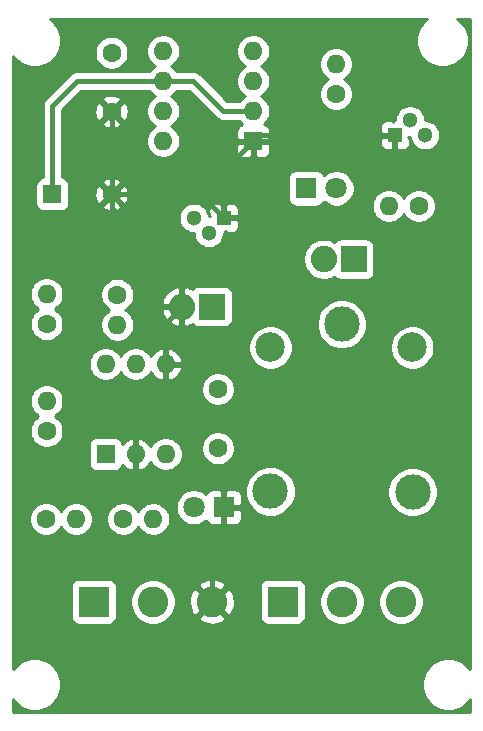
<source format=gbr>
G04 #@! TF.GenerationSoftware,KiCad,Pcbnew,(5.1.9)-1*
G04 #@! TF.CreationDate,2023-10-15T15:57:16+02:00*
G04 #@! TF.ProjectId,Stop if crash,53746f70-2069-4662-9063-726173682e6b,rev?*
G04 #@! TF.SameCoordinates,Original*
G04 #@! TF.FileFunction,Copper,L2,Bot*
G04 #@! TF.FilePolarity,Positive*
%FSLAX46Y46*%
G04 Gerber Fmt 4.6, Leading zero omitted, Abs format (unit mm)*
G04 Created by KiCad (PCBNEW (5.1.9)-1) date 2023-10-15 15:57:16*
%MOMM*%
%LPD*%
G01*
G04 APERTURE LIST*
G04 #@! TA.AperFunction,ComponentPad*
%ADD10C,3.000000*%
G04 #@! TD*
G04 #@! TA.AperFunction,ComponentPad*
%ADD11C,2.500000*%
G04 #@! TD*
G04 #@! TA.AperFunction,ComponentPad*
%ADD12O,1.600000X1.600000*%
G04 #@! TD*
G04 #@! TA.AperFunction,ComponentPad*
%ADD13R,1.600000X1.600000*%
G04 #@! TD*
G04 #@! TA.AperFunction,ComponentPad*
%ADD14C,1.600000*%
G04 #@! TD*
G04 #@! TA.AperFunction,ComponentPad*
%ADD15R,1.300000X1.300000*%
G04 #@! TD*
G04 #@! TA.AperFunction,ComponentPad*
%ADD16C,1.300000*%
G04 #@! TD*
G04 #@! TA.AperFunction,ComponentPad*
%ADD17C,2.600000*%
G04 #@! TD*
G04 #@! TA.AperFunction,ComponentPad*
%ADD18R,2.600000X2.600000*%
G04 #@! TD*
G04 #@! TA.AperFunction,ComponentPad*
%ADD19C,1.800000*%
G04 #@! TD*
G04 #@! TA.AperFunction,ComponentPad*
%ADD20R,1.800000X1.800000*%
G04 #@! TD*
G04 #@! TA.AperFunction,ComponentPad*
%ADD21O,2.240000X2.240000*%
G04 #@! TD*
G04 #@! TA.AperFunction,ComponentPad*
%ADD22R,2.240000X2.240000*%
G04 #@! TD*
G04 #@! TA.AperFunction,Conductor*
%ADD23C,0.406400*%
G04 #@! TD*
G04 #@! TA.AperFunction,Conductor*
%ADD24C,0.254000*%
G04 #@! TD*
G04 #@! TA.AperFunction,Conductor*
%ADD25C,0.100000*%
G04 #@! TD*
G04 APERTURE END LIST*
D10*
X181500000Y-87500000D03*
D11*
X187450000Y-89450000D03*
D10*
X187500000Y-101700000D03*
X175450000Y-101650000D03*
D11*
X175450000Y-89450000D03*
D12*
X161500000Y-90880000D03*
X166580000Y-98500000D03*
X164040000Y-90880000D03*
X164040000Y-98500000D03*
X166580000Y-90880000D03*
D13*
X161500000Y-98500000D03*
D12*
X166380000Y-72000000D03*
X174000000Y-64380000D03*
X166380000Y-69460000D03*
X174000000Y-66920000D03*
X166380000Y-66920000D03*
X174000000Y-69460000D03*
X166380000Y-64380000D03*
D13*
X174000000Y-72000000D03*
D12*
X181000000Y-65460000D03*
D14*
X181000000Y-68000000D03*
D12*
X165540000Y-104000000D03*
D14*
X163000000Y-104000000D03*
D12*
X159000000Y-104000000D03*
D14*
X156460000Y-104000000D03*
D12*
X162500000Y-87540000D03*
D14*
X162500000Y-85000000D03*
D12*
X156500000Y-94000000D03*
D14*
X156500000Y-96540000D03*
D12*
X185460000Y-77500000D03*
D14*
X188000000Y-77500000D03*
D12*
X156500000Y-84960000D03*
D14*
X156500000Y-87500000D03*
D15*
X186000000Y-71500000D03*
D16*
X188540000Y-71500000D03*
X187270000Y-70230000D03*
D15*
X171500000Y-78500000D03*
D16*
X168960000Y-78500000D03*
X170230000Y-79770000D03*
D17*
X186500000Y-111000000D03*
X181500000Y-111000000D03*
D18*
X176500000Y-111000000D03*
D17*
X170500000Y-111000000D03*
X165500000Y-111000000D03*
D18*
X160500000Y-111000000D03*
D19*
X168960000Y-103000000D03*
D20*
X171500000Y-103000000D03*
D21*
X167960000Y-86000000D03*
D22*
X170500000Y-86000000D03*
D19*
X181040000Y-76000000D03*
D20*
X178500000Y-76000000D03*
D21*
X179960000Y-82000000D03*
D22*
X182500000Y-82000000D03*
D14*
X162000000Y-69500000D03*
X162000000Y-64500000D03*
X162000000Y-76500000D03*
D13*
X157000000Y-76500000D03*
D14*
X171000000Y-98000000D03*
X171000000Y-93000000D03*
D23*
X170500000Y-111000000D02*
X170500000Y-108000000D01*
X171500000Y-107000000D02*
X171500000Y-103000000D01*
X170500000Y-108000000D02*
X171500000Y-107000000D01*
X171500000Y-103000000D02*
X171500000Y-101500000D01*
X171500000Y-101500000D02*
X170500000Y-100500000D01*
X170500000Y-100500000D02*
X164500000Y-100500000D01*
X164040000Y-100040000D02*
X164040000Y-98500000D01*
X164500000Y-100500000D02*
X164040000Y-100040000D01*
X164040000Y-98500000D02*
X164040000Y-96960000D01*
X166580000Y-94420000D02*
X166580000Y-90880000D01*
X164040000Y-96960000D02*
X166580000Y-94420000D01*
X166580000Y-87380000D02*
X167960000Y-86000000D01*
X166580000Y-90880000D02*
X166580000Y-87380000D01*
X162000000Y-77638738D02*
X162000000Y-76500000D01*
X167960000Y-83598738D02*
X162000000Y-77638738D01*
X167960000Y-86000000D02*
X167960000Y-83598738D01*
X162000000Y-76500000D02*
X162000000Y-69500000D01*
X169500000Y-76500000D02*
X171500000Y-78500000D01*
X162000000Y-76500000D02*
X169500000Y-76500000D01*
X174500000Y-71500000D02*
X174000000Y-72000000D01*
X186000000Y-71500000D02*
X174500000Y-71500000D01*
X174000000Y-72000000D02*
X169500000Y-76500000D01*
X157000000Y-76500000D02*
X157000000Y-69000000D01*
X159080000Y-66920000D02*
X166380000Y-66920000D01*
X157000000Y-69000000D02*
X159080000Y-66920000D01*
X166380000Y-66920000D02*
X168920000Y-66920000D01*
X171460000Y-69460000D02*
X174000000Y-69460000D01*
X168920000Y-66920000D02*
X171460000Y-69460000D01*
D24*
X188575271Y-61763962D02*
X188263962Y-62075271D01*
X188019369Y-62441331D01*
X187850890Y-62848075D01*
X187765000Y-63279872D01*
X187765000Y-63720128D01*
X187850890Y-64151925D01*
X188019369Y-64558669D01*
X188263962Y-64924729D01*
X188575271Y-65236038D01*
X188941331Y-65480631D01*
X189348075Y-65649110D01*
X189779872Y-65735000D01*
X190220128Y-65735000D01*
X190651925Y-65649110D01*
X191058669Y-65480631D01*
X191424729Y-65236038D01*
X191736038Y-64924729D01*
X191980631Y-64558669D01*
X192149110Y-64151925D01*
X192235000Y-63720128D01*
X192235000Y-63279872D01*
X192149110Y-62848075D01*
X191980631Y-62441331D01*
X191736038Y-62075271D01*
X191424729Y-61763962D01*
X191269139Y-61660000D01*
X192340001Y-61660000D01*
X192340000Y-116730862D01*
X192236038Y-116575271D01*
X191924729Y-116263962D01*
X191558669Y-116019369D01*
X191151925Y-115850890D01*
X190720128Y-115765000D01*
X190279872Y-115765000D01*
X189848075Y-115850890D01*
X189441331Y-116019369D01*
X189075271Y-116263962D01*
X188763962Y-116575271D01*
X188519369Y-116941331D01*
X188350890Y-117348075D01*
X188265000Y-117779872D01*
X188265000Y-118220128D01*
X188350890Y-118651925D01*
X188519369Y-119058669D01*
X188763962Y-119424729D01*
X189075271Y-119736038D01*
X189441331Y-119980631D01*
X189848075Y-120149110D01*
X190279872Y-120235000D01*
X190720128Y-120235000D01*
X191151925Y-120149110D01*
X191558669Y-119980631D01*
X191924729Y-119736038D01*
X192236038Y-119424729D01*
X192340000Y-119269139D01*
X192340000Y-120340000D01*
X153660000Y-120340000D01*
X153660000Y-119269139D01*
X153763962Y-119424729D01*
X154075271Y-119736038D01*
X154441331Y-119980631D01*
X154848075Y-120149110D01*
X155279872Y-120235000D01*
X155720128Y-120235000D01*
X156151925Y-120149110D01*
X156558669Y-119980631D01*
X156924729Y-119736038D01*
X157236038Y-119424729D01*
X157480631Y-119058669D01*
X157649110Y-118651925D01*
X157735000Y-118220128D01*
X157735000Y-117779872D01*
X157649110Y-117348075D01*
X157480631Y-116941331D01*
X157236038Y-116575271D01*
X156924729Y-116263962D01*
X156558669Y-116019369D01*
X156151925Y-115850890D01*
X155720128Y-115765000D01*
X155279872Y-115765000D01*
X154848075Y-115850890D01*
X154441331Y-116019369D01*
X154075271Y-116263962D01*
X153763962Y-116575271D01*
X153660000Y-116730861D01*
X153660000Y-109700000D01*
X158561928Y-109700000D01*
X158561928Y-112300000D01*
X158574188Y-112424482D01*
X158610498Y-112544180D01*
X158669463Y-112654494D01*
X158748815Y-112751185D01*
X158845506Y-112830537D01*
X158955820Y-112889502D01*
X159075518Y-112925812D01*
X159200000Y-112938072D01*
X161800000Y-112938072D01*
X161924482Y-112925812D01*
X162044180Y-112889502D01*
X162154494Y-112830537D01*
X162251185Y-112751185D01*
X162330537Y-112654494D01*
X162389502Y-112544180D01*
X162425812Y-112424482D01*
X162438072Y-112300000D01*
X162438072Y-110809419D01*
X163565000Y-110809419D01*
X163565000Y-111190581D01*
X163639361Y-111564419D01*
X163785225Y-111916566D01*
X163996987Y-112233491D01*
X164266509Y-112503013D01*
X164583434Y-112714775D01*
X164935581Y-112860639D01*
X165309419Y-112935000D01*
X165690581Y-112935000D01*
X166064419Y-112860639D01*
X166416566Y-112714775D01*
X166733491Y-112503013D01*
X166887280Y-112349224D01*
X169330381Y-112349224D01*
X169462317Y-112644312D01*
X169803045Y-112815159D01*
X170170557Y-112916250D01*
X170550729Y-112943701D01*
X170928951Y-112896457D01*
X171290690Y-112776333D01*
X171537683Y-112644312D01*
X171669619Y-112349224D01*
X170500000Y-111179605D01*
X169330381Y-112349224D01*
X166887280Y-112349224D01*
X167003013Y-112233491D01*
X167214775Y-111916566D01*
X167360639Y-111564419D01*
X167435000Y-111190581D01*
X167435000Y-111050729D01*
X168556299Y-111050729D01*
X168603543Y-111428951D01*
X168723667Y-111790690D01*
X168855688Y-112037683D01*
X169150776Y-112169619D01*
X170320395Y-111000000D01*
X170679605Y-111000000D01*
X171849224Y-112169619D01*
X172144312Y-112037683D01*
X172315159Y-111696955D01*
X172416250Y-111329443D01*
X172443701Y-110949271D01*
X172396457Y-110571049D01*
X172276333Y-110209310D01*
X172144312Y-109962317D01*
X171849224Y-109830381D01*
X170679605Y-111000000D01*
X170320395Y-111000000D01*
X169150776Y-109830381D01*
X168855688Y-109962317D01*
X168684841Y-110303045D01*
X168583750Y-110670557D01*
X168556299Y-111050729D01*
X167435000Y-111050729D01*
X167435000Y-110809419D01*
X167360639Y-110435581D01*
X167214775Y-110083434D01*
X167003013Y-109766509D01*
X166887280Y-109650776D01*
X169330381Y-109650776D01*
X170500000Y-110820395D01*
X171620395Y-109700000D01*
X174561928Y-109700000D01*
X174561928Y-112300000D01*
X174574188Y-112424482D01*
X174610498Y-112544180D01*
X174669463Y-112654494D01*
X174748815Y-112751185D01*
X174845506Y-112830537D01*
X174955820Y-112889502D01*
X175075518Y-112925812D01*
X175200000Y-112938072D01*
X177800000Y-112938072D01*
X177924482Y-112925812D01*
X178044180Y-112889502D01*
X178154494Y-112830537D01*
X178251185Y-112751185D01*
X178330537Y-112654494D01*
X178389502Y-112544180D01*
X178425812Y-112424482D01*
X178438072Y-112300000D01*
X178438072Y-110809419D01*
X179565000Y-110809419D01*
X179565000Y-111190581D01*
X179639361Y-111564419D01*
X179785225Y-111916566D01*
X179996987Y-112233491D01*
X180266509Y-112503013D01*
X180583434Y-112714775D01*
X180935581Y-112860639D01*
X181309419Y-112935000D01*
X181690581Y-112935000D01*
X182064419Y-112860639D01*
X182416566Y-112714775D01*
X182733491Y-112503013D01*
X183003013Y-112233491D01*
X183214775Y-111916566D01*
X183360639Y-111564419D01*
X183435000Y-111190581D01*
X183435000Y-110809419D01*
X184565000Y-110809419D01*
X184565000Y-111190581D01*
X184639361Y-111564419D01*
X184785225Y-111916566D01*
X184996987Y-112233491D01*
X185266509Y-112503013D01*
X185583434Y-112714775D01*
X185935581Y-112860639D01*
X186309419Y-112935000D01*
X186690581Y-112935000D01*
X187064419Y-112860639D01*
X187416566Y-112714775D01*
X187733491Y-112503013D01*
X188003013Y-112233491D01*
X188214775Y-111916566D01*
X188360639Y-111564419D01*
X188435000Y-111190581D01*
X188435000Y-110809419D01*
X188360639Y-110435581D01*
X188214775Y-110083434D01*
X188003013Y-109766509D01*
X187733491Y-109496987D01*
X187416566Y-109285225D01*
X187064419Y-109139361D01*
X186690581Y-109065000D01*
X186309419Y-109065000D01*
X185935581Y-109139361D01*
X185583434Y-109285225D01*
X185266509Y-109496987D01*
X184996987Y-109766509D01*
X184785225Y-110083434D01*
X184639361Y-110435581D01*
X184565000Y-110809419D01*
X183435000Y-110809419D01*
X183360639Y-110435581D01*
X183214775Y-110083434D01*
X183003013Y-109766509D01*
X182733491Y-109496987D01*
X182416566Y-109285225D01*
X182064419Y-109139361D01*
X181690581Y-109065000D01*
X181309419Y-109065000D01*
X180935581Y-109139361D01*
X180583434Y-109285225D01*
X180266509Y-109496987D01*
X179996987Y-109766509D01*
X179785225Y-110083434D01*
X179639361Y-110435581D01*
X179565000Y-110809419D01*
X178438072Y-110809419D01*
X178438072Y-109700000D01*
X178425812Y-109575518D01*
X178389502Y-109455820D01*
X178330537Y-109345506D01*
X178251185Y-109248815D01*
X178154494Y-109169463D01*
X178044180Y-109110498D01*
X177924482Y-109074188D01*
X177800000Y-109061928D01*
X175200000Y-109061928D01*
X175075518Y-109074188D01*
X174955820Y-109110498D01*
X174845506Y-109169463D01*
X174748815Y-109248815D01*
X174669463Y-109345506D01*
X174610498Y-109455820D01*
X174574188Y-109575518D01*
X174561928Y-109700000D01*
X171620395Y-109700000D01*
X171669619Y-109650776D01*
X171537683Y-109355688D01*
X171196955Y-109184841D01*
X170829443Y-109083750D01*
X170449271Y-109056299D01*
X170071049Y-109103543D01*
X169709310Y-109223667D01*
X169462317Y-109355688D01*
X169330381Y-109650776D01*
X166887280Y-109650776D01*
X166733491Y-109496987D01*
X166416566Y-109285225D01*
X166064419Y-109139361D01*
X165690581Y-109065000D01*
X165309419Y-109065000D01*
X164935581Y-109139361D01*
X164583434Y-109285225D01*
X164266509Y-109496987D01*
X163996987Y-109766509D01*
X163785225Y-110083434D01*
X163639361Y-110435581D01*
X163565000Y-110809419D01*
X162438072Y-110809419D01*
X162438072Y-109700000D01*
X162425812Y-109575518D01*
X162389502Y-109455820D01*
X162330537Y-109345506D01*
X162251185Y-109248815D01*
X162154494Y-109169463D01*
X162044180Y-109110498D01*
X161924482Y-109074188D01*
X161800000Y-109061928D01*
X159200000Y-109061928D01*
X159075518Y-109074188D01*
X158955820Y-109110498D01*
X158845506Y-109169463D01*
X158748815Y-109248815D01*
X158669463Y-109345506D01*
X158610498Y-109455820D01*
X158574188Y-109575518D01*
X158561928Y-109700000D01*
X153660000Y-109700000D01*
X153660000Y-103858665D01*
X155025000Y-103858665D01*
X155025000Y-104141335D01*
X155080147Y-104418574D01*
X155188320Y-104679727D01*
X155345363Y-104914759D01*
X155545241Y-105114637D01*
X155780273Y-105271680D01*
X156041426Y-105379853D01*
X156318665Y-105435000D01*
X156601335Y-105435000D01*
X156878574Y-105379853D01*
X157139727Y-105271680D01*
X157374759Y-105114637D01*
X157574637Y-104914759D01*
X157730000Y-104682241D01*
X157885363Y-104914759D01*
X158085241Y-105114637D01*
X158320273Y-105271680D01*
X158581426Y-105379853D01*
X158858665Y-105435000D01*
X159141335Y-105435000D01*
X159418574Y-105379853D01*
X159679727Y-105271680D01*
X159914759Y-105114637D01*
X160114637Y-104914759D01*
X160271680Y-104679727D01*
X160379853Y-104418574D01*
X160435000Y-104141335D01*
X160435000Y-103858665D01*
X161565000Y-103858665D01*
X161565000Y-104141335D01*
X161620147Y-104418574D01*
X161728320Y-104679727D01*
X161885363Y-104914759D01*
X162085241Y-105114637D01*
X162320273Y-105271680D01*
X162581426Y-105379853D01*
X162858665Y-105435000D01*
X163141335Y-105435000D01*
X163418574Y-105379853D01*
X163679727Y-105271680D01*
X163914759Y-105114637D01*
X164114637Y-104914759D01*
X164270000Y-104682241D01*
X164425363Y-104914759D01*
X164625241Y-105114637D01*
X164860273Y-105271680D01*
X165121426Y-105379853D01*
X165398665Y-105435000D01*
X165681335Y-105435000D01*
X165958574Y-105379853D01*
X166219727Y-105271680D01*
X166454759Y-105114637D01*
X166654637Y-104914759D01*
X166811680Y-104679727D01*
X166919853Y-104418574D01*
X166975000Y-104141335D01*
X166975000Y-103858665D01*
X166919853Y-103581426D01*
X166811680Y-103320273D01*
X166654637Y-103085241D01*
X166454759Y-102885363D01*
X166400063Y-102848816D01*
X167425000Y-102848816D01*
X167425000Y-103151184D01*
X167483989Y-103447743D01*
X167599701Y-103727095D01*
X167767688Y-103978505D01*
X167981495Y-104192312D01*
X168232905Y-104360299D01*
X168512257Y-104476011D01*
X168808816Y-104535000D01*
X169111184Y-104535000D01*
X169407743Y-104476011D01*
X169687095Y-104360299D01*
X169938505Y-104192312D01*
X170004944Y-104125873D01*
X170010498Y-104144180D01*
X170069463Y-104254494D01*
X170148815Y-104351185D01*
X170245506Y-104430537D01*
X170355820Y-104489502D01*
X170475518Y-104525812D01*
X170600000Y-104538072D01*
X171214250Y-104535000D01*
X171373000Y-104376250D01*
X171373000Y-103127000D01*
X171627000Y-103127000D01*
X171627000Y-104376250D01*
X171785750Y-104535000D01*
X172400000Y-104538072D01*
X172524482Y-104525812D01*
X172644180Y-104489502D01*
X172754494Y-104430537D01*
X172851185Y-104351185D01*
X172930537Y-104254494D01*
X172989502Y-104144180D01*
X173025812Y-104024482D01*
X173038072Y-103900000D01*
X173035000Y-103285750D01*
X172876250Y-103127000D01*
X171627000Y-103127000D01*
X171373000Y-103127000D01*
X171353000Y-103127000D01*
X171353000Y-102873000D01*
X171373000Y-102873000D01*
X171373000Y-101623750D01*
X171627000Y-101623750D01*
X171627000Y-102873000D01*
X172876250Y-102873000D01*
X173035000Y-102714250D01*
X173038072Y-102100000D01*
X173025812Y-101975518D01*
X172989502Y-101855820D01*
X172930537Y-101745506D01*
X172851185Y-101648815D01*
X172754494Y-101569463D01*
X172644180Y-101510498D01*
X172524482Y-101474188D01*
X172400000Y-101461928D01*
X171785750Y-101465000D01*
X171627000Y-101623750D01*
X171373000Y-101623750D01*
X171214250Y-101465000D01*
X170600000Y-101461928D01*
X170475518Y-101474188D01*
X170355820Y-101510498D01*
X170245506Y-101569463D01*
X170148815Y-101648815D01*
X170069463Y-101745506D01*
X170010498Y-101855820D01*
X170004944Y-101874127D01*
X169938505Y-101807688D01*
X169687095Y-101639701D01*
X169407743Y-101523989D01*
X169111184Y-101465000D01*
X168808816Y-101465000D01*
X168512257Y-101523989D01*
X168232905Y-101639701D01*
X167981495Y-101807688D01*
X167767688Y-102021495D01*
X167599701Y-102272905D01*
X167483989Y-102552257D01*
X167425000Y-102848816D01*
X166400063Y-102848816D01*
X166219727Y-102728320D01*
X165958574Y-102620147D01*
X165681335Y-102565000D01*
X165398665Y-102565000D01*
X165121426Y-102620147D01*
X164860273Y-102728320D01*
X164625241Y-102885363D01*
X164425363Y-103085241D01*
X164270000Y-103317759D01*
X164114637Y-103085241D01*
X163914759Y-102885363D01*
X163679727Y-102728320D01*
X163418574Y-102620147D01*
X163141335Y-102565000D01*
X162858665Y-102565000D01*
X162581426Y-102620147D01*
X162320273Y-102728320D01*
X162085241Y-102885363D01*
X161885363Y-103085241D01*
X161728320Y-103320273D01*
X161620147Y-103581426D01*
X161565000Y-103858665D01*
X160435000Y-103858665D01*
X160379853Y-103581426D01*
X160271680Y-103320273D01*
X160114637Y-103085241D01*
X159914759Y-102885363D01*
X159679727Y-102728320D01*
X159418574Y-102620147D01*
X159141335Y-102565000D01*
X158858665Y-102565000D01*
X158581426Y-102620147D01*
X158320273Y-102728320D01*
X158085241Y-102885363D01*
X157885363Y-103085241D01*
X157730000Y-103317759D01*
X157574637Y-103085241D01*
X157374759Y-102885363D01*
X157139727Y-102728320D01*
X156878574Y-102620147D01*
X156601335Y-102565000D01*
X156318665Y-102565000D01*
X156041426Y-102620147D01*
X155780273Y-102728320D01*
X155545241Y-102885363D01*
X155345363Y-103085241D01*
X155188320Y-103320273D01*
X155080147Y-103581426D01*
X155025000Y-103858665D01*
X153660000Y-103858665D01*
X153660000Y-101439721D01*
X173315000Y-101439721D01*
X173315000Y-101860279D01*
X173397047Y-102272756D01*
X173557988Y-102661302D01*
X173791637Y-103010983D01*
X174089017Y-103308363D01*
X174438698Y-103542012D01*
X174827244Y-103702953D01*
X175239721Y-103785000D01*
X175660279Y-103785000D01*
X176072756Y-103702953D01*
X176461302Y-103542012D01*
X176810983Y-103308363D01*
X177108363Y-103010983D01*
X177342012Y-102661302D01*
X177502953Y-102272756D01*
X177585000Y-101860279D01*
X177585000Y-101489721D01*
X185365000Y-101489721D01*
X185365000Y-101910279D01*
X185447047Y-102322756D01*
X185607988Y-102711302D01*
X185841637Y-103060983D01*
X186139017Y-103358363D01*
X186488698Y-103592012D01*
X186877244Y-103752953D01*
X187289721Y-103835000D01*
X187710279Y-103835000D01*
X188122756Y-103752953D01*
X188511302Y-103592012D01*
X188860983Y-103358363D01*
X189158363Y-103060983D01*
X189392012Y-102711302D01*
X189552953Y-102322756D01*
X189635000Y-101910279D01*
X189635000Y-101489721D01*
X189552953Y-101077244D01*
X189392012Y-100688698D01*
X189158363Y-100339017D01*
X188860983Y-100041637D01*
X188511302Y-99807988D01*
X188122756Y-99647047D01*
X187710279Y-99565000D01*
X187289721Y-99565000D01*
X186877244Y-99647047D01*
X186488698Y-99807988D01*
X186139017Y-100041637D01*
X185841637Y-100339017D01*
X185607988Y-100688698D01*
X185447047Y-101077244D01*
X185365000Y-101489721D01*
X177585000Y-101489721D01*
X177585000Y-101439721D01*
X177502953Y-101027244D01*
X177342012Y-100638698D01*
X177108363Y-100289017D01*
X176810983Y-99991637D01*
X176461302Y-99757988D01*
X176072756Y-99597047D01*
X175660279Y-99515000D01*
X175239721Y-99515000D01*
X174827244Y-99597047D01*
X174438698Y-99757988D01*
X174089017Y-99991637D01*
X173791637Y-100289017D01*
X173557988Y-100638698D01*
X173397047Y-101027244D01*
X173315000Y-101439721D01*
X153660000Y-101439721D01*
X153660000Y-93858665D01*
X155065000Y-93858665D01*
X155065000Y-94141335D01*
X155120147Y-94418574D01*
X155228320Y-94679727D01*
X155385363Y-94914759D01*
X155585241Y-95114637D01*
X155817759Y-95270000D01*
X155585241Y-95425363D01*
X155385363Y-95625241D01*
X155228320Y-95860273D01*
X155120147Y-96121426D01*
X155065000Y-96398665D01*
X155065000Y-96681335D01*
X155120147Y-96958574D01*
X155228320Y-97219727D01*
X155385363Y-97454759D01*
X155585241Y-97654637D01*
X155820273Y-97811680D01*
X156081426Y-97919853D01*
X156358665Y-97975000D01*
X156641335Y-97975000D01*
X156918574Y-97919853D01*
X157179727Y-97811680D01*
X157346868Y-97700000D01*
X160061928Y-97700000D01*
X160061928Y-99300000D01*
X160074188Y-99424482D01*
X160110498Y-99544180D01*
X160169463Y-99654494D01*
X160248815Y-99751185D01*
X160345506Y-99830537D01*
X160455820Y-99889502D01*
X160575518Y-99925812D01*
X160700000Y-99938072D01*
X162300000Y-99938072D01*
X162424482Y-99925812D01*
X162544180Y-99889502D01*
X162654494Y-99830537D01*
X162751185Y-99751185D01*
X162830537Y-99654494D01*
X162889502Y-99544180D01*
X162925812Y-99424482D01*
X162928231Y-99399920D01*
X163076586Y-99563519D01*
X163302580Y-99731037D01*
X163556913Y-99851246D01*
X163690961Y-99891904D01*
X163913000Y-99769915D01*
X163913000Y-98627000D01*
X163893000Y-98627000D01*
X163893000Y-98373000D01*
X163913000Y-98373000D01*
X163913000Y-97230085D01*
X164167000Y-97230085D01*
X164167000Y-98373000D01*
X164187000Y-98373000D01*
X164187000Y-98627000D01*
X164167000Y-98627000D01*
X164167000Y-99769915D01*
X164389039Y-99891904D01*
X164523087Y-99851246D01*
X164777420Y-99731037D01*
X165003414Y-99563519D01*
X165192385Y-99355131D01*
X165303933Y-99169135D01*
X165308320Y-99179727D01*
X165465363Y-99414759D01*
X165665241Y-99614637D01*
X165900273Y-99771680D01*
X166161426Y-99879853D01*
X166438665Y-99935000D01*
X166721335Y-99935000D01*
X166998574Y-99879853D01*
X167259727Y-99771680D01*
X167494759Y-99614637D01*
X167694637Y-99414759D01*
X167851680Y-99179727D01*
X167959853Y-98918574D01*
X168015000Y-98641335D01*
X168015000Y-98358665D01*
X167959853Y-98081426D01*
X167867583Y-97858665D01*
X169565000Y-97858665D01*
X169565000Y-98141335D01*
X169620147Y-98418574D01*
X169728320Y-98679727D01*
X169885363Y-98914759D01*
X170085241Y-99114637D01*
X170320273Y-99271680D01*
X170581426Y-99379853D01*
X170858665Y-99435000D01*
X171141335Y-99435000D01*
X171418574Y-99379853D01*
X171679727Y-99271680D01*
X171914759Y-99114637D01*
X172114637Y-98914759D01*
X172271680Y-98679727D01*
X172379853Y-98418574D01*
X172435000Y-98141335D01*
X172435000Y-97858665D01*
X172379853Y-97581426D01*
X172271680Y-97320273D01*
X172114637Y-97085241D01*
X171914759Y-96885363D01*
X171679727Y-96728320D01*
X171418574Y-96620147D01*
X171141335Y-96565000D01*
X170858665Y-96565000D01*
X170581426Y-96620147D01*
X170320273Y-96728320D01*
X170085241Y-96885363D01*
X169885363Y-97085241D01*
X169728320Y-97320273D01*
X169620147Y-97581426D01*
X169565000Y-97858665D01*
X167867583Y-97858665D01*
X167851680Y-97820273D01*
X167694637Y-97585241D01*
X167494759Y-97385363D01*
X167259727Y-97228320D01*
X166998574Y-97120147D01*
X166721335Y-97065000D01*
X166438665Y-97065000D01*
X166161426Y-97120147D01*
X165900273Y-97228320D01*
X165665241Y-97385363D01*
X165465363Y-97585241D01*
X165308320Y-97820273D01*
X165303933Y-97830865D01*
X165192385Y-97644869D01*
X165003414Y-97436481D01*
X164777420Y-97268963D01*
X164523087Y-97148754D01*
X164389039Y-97108096D01*
X164167000Y-97230085D01*
X163913000Y-97230085D01*
X163690961Y-97108096D01*
X163556913Y-97148754D01*
X163302580Y-97268963D01*
X163076586Y-97436481D01*
X162928231Y-97600080D01*
X162925812Y-97575518D01*
X162889502Y-97455820D01*
X162830537Y-97345506D01*
X162751185Y-97248815D01*
X162654494Y-97169463D01*
X162544180Y-97110498D01*
X162424482Y-97074188D01*
X162300000Y-97061928D01*
X160700000Y-97061928D01*
X160575518Y-97074188D01*
X160455820Y-97110498D01*
X160345506Y-97169463D01*
X160248815Y-97248815D01*
X160169463Y-97345506D01*
X160110498Y-97455820D01*
X160074188Y-97575518D01*
X160061928Y-97700000D01*
X157346868Y-97700000D01*
X157414759Y-97654637D01*
X157614637Y-97454759D01*
X157771680Y-97219727D01*
X157879853Y-96958574D01*
X157935000Y-96681335D01*
X157935000Y-96398665D01*
X157879853Y-96121426D01*
X157771680Y-95860273D01*
X157614637Y-95625241D01*
X157414759Y-95425363D01*
X157182241Y-95270000D01*
X157414759Y-95114637D01*
X157614637Y-94914759D01*
X157771680Y-94679727D01*
X157879853Y-94418574D01*
X157935000Y-94141335D01*
X157935000Y-93858665D01*
X157879853Y-93581426D01*
X157771680Y-93320273D01*
X157614637Y-93085241D01*
X157414759Y-92885363D01*
X157374803Y-92858665D01*
X169565000Y-92858665D01*
X169565000Y-93141335D01*
X169620147Y-93418574D01*
X169728320Y-93679727D01*
X169885363Y-93914759D01*
X170085241Y-94114637D01*
X170320273Y-94271680D01*
X170581426Y-94379853D01*
X170858665Y-94435000D01*
X171141335Y-94435000D01*
X171418574Y-94379853D01*
X171679727Y-94271680D01*
X171914759Y-94114637D01*
X172114637Y-93914759D01*
X172271680Y-93679727D01*
X172379853Y-93418574D01*
X172435000Y-93141335D01*
X172435000Y-92858665D01*
X172379853Y-92581426D01*
X172271680Y-92320273D01*
X172114637Y-92085241D01*
X171914759Y-91885363D01*
X171679727Y-91728320D01*
X171418574Y-91620147D01*
X171141335Y-91565000D01*
X170858665Y-91565000D01*
X170581426Y-91620147D01*
X170320273Y-91728320D01*
X170085241Y-91885363D01*
X169885363Y-92085241D01*
X169728320Y-92320273D01*
X169620147Y-92581426D01*
X169565000Y-92858665D01*
X157374803Y-92858665D01*
X157179727Y-92728320D01*
X156918574Y-92620147D01*
X156641335Y-92565000D01*
X156358665Y-92565000D01*
X156081426Y-92620147D01*
X155820273Y-92728320D01*
X155585241Y-92885363D01*
X155385363Y-93085241D01*
X155228320Y-93320273D01*
X155120147Y-93581426D01*
X155065000Y-93858665D01*
X153660000Y-93858665D01*
X153660000Y-90738665D01*
X160065000Y-90738665D01*
X160065000Y-91021335D01*
X160120147Y-91298574D01*
X160228320Y-91559727D01*
X160385363Y-91794759D01*
X160585241Y-91994637D01*
X160820273Y-92151680D01*
X161081426Y-92259853D01*
X161358665Y-92315000D01*
X161641335Y-92315000D01*
X161918574Y-92259853D01*
X162179727Y-92151680D01*
X162414759Y-91994637D01*
X162614637Y-91794759D01*
X162770000Y-91562241D01*
X162925363Y-91794759D01*
X163125241Y-91994637D01*
X163360273Y-92151680D01*
X163621426Y-92259853D01*
X163898665Y-92315000D01*
X164181335Y-92315000D01*
X164458574Y-92259853D01*
X164719727Y-92151680D01*
X164954759Y-91994637D01*
X165154637Y-91794759D01*
X165311680Y-91559727D01*
X165316067Y-91549135D01*
X165427615Y-91735131D01*
X165616586Y-91943519D01*
X165842580Y-92111037D01*
X166096913Y-92231246D01*
X166230961Y-92271904D01*
X166453000Y-92149915D01*
X166453000Y-91007000D01*
X166707000Y-91007000D01*
X166707000Y-92149915D01*
X166929039Y-92271904D01*
X167063087Y-92231246D01*
X167317420Y-92111037D01*
X167543414Y-91943519D01*
X167732385Y-91735131D01*
X167877070Y-91493881D01*
X167971909Y-91229040D01*
X167850624Y-91007000D01*
X166707000Y-91007000D01*
X166453000Y-91007000D01*
X166433000Y-91007000D01*
X166433000Y-90753000D01*
X166453000Y-90753000D01*
X166453000Y-89610085D01*
X166707000Y-89610085D01*
X166707000Y-90753000D01*
X167850624Y-90753000D01*
X167971909Y-90530960D01*
X167877070Y-90266119D01*
X167732385Y-90024869D01*
X167543414Y-89816481D01*
X167317420Y-89648963D01*
X167063087Y-89528754D01*
X166929039Y-89488096D01*
X166707000Y-89610085D01*
X166453000Y-89610085D01*
X166230961Y-89488096D01*
X166096913Y-89528754D01*
X165842580Y-89648963D01*
X165616586Y-89816481D01*
X165427615Y-90024869D01*
X165316067Y-90210865D01*
X165311680Y-90200273D01*
X165154637Y-89965241D01*
X164954759Y-89765363D01*
X164719727Y-89608320D01*
X164458574Y-89500147D01*
X164181335Y-89445000D01*
X163898665Y-89445000D01*
X163621426Y-89500147D01*
X163360273Y-89608320D01*
X163125241Y-89765363D01*
X162925363Y-89965241D01*
X162770000Y-90197759D01*
X162614637Y-89965241D01*
X162414759Y-89765363D01*
X162179727Y-89608320D01*
X161918574Y-89500147D01*
X161641335Y-89445000D01*
X161358665Y-89445000D01*
X161081426Y-89500147D01*
X160820273Y-89608320D01*
X160585241Y-89765363D01*
X160385363Y-89965241D01*
X160228320Y-90200273D01*
X160120147Y-90461426D01*
X160065000Y-90738665D01*
X153660000Y-90738665D01*
X153660000Y-89264344D01*
X173565000Y-89264344D01*
X173565000Y-89635656D01*
X173637439Y-89999834D01*
X173779534Y-90342882D01*
X173985825Y-90651618D01*
X174248382Y-90914175D01*
X174557118Y-91120466D01*
X174900166Y-91262561D01*
X175264344Y-91335000D01*
X175635656Y-91335000D01*
X175999834Y-91262561D01*
X176342882Y-91120466D01*
X176651618Y-90914175D01*
X176914175Y-90651618D01*
X177120466Y-90342882D01*
X177262561Y-89999834D01*
X177335000Y-89635656D01*
X177335000Y-89264344D01*
X177262561Y-88900166D01*
X177120466Y-88557118D01*
X176914175Y-88248382D01*
X176651618Y-87985825D01*
X176342882Y-87779534D01*
X175999834Y-87637439D01*
X175635656Y-87565000D01*
X175264344Y-87565000D01*
X174900166Y-87637439D01*
X174557118Y-87779534D01*
X174248382Y-87985825D01*
X173985825Y-88248382D01*
X173779534Y-88557118D01*
X173637439Y-88900166D01*
X173565000Y-89264344D01*
X153660000Y-89264344D01*
X153660000Y-84818665D01*
X155065000Y-84818665D01*
X155065000Y-85101335D01*
X155120147Y-85378574D01*
X155228320Y-85639727D01*
X155385363Y-85874759D01*
X155585241Y-86074637D01*
X155817759Y-86230000D01*
X155585241Y-86385363D01*
X155385363Y-86585241D01*
X155228320Y-86820273D01*
X155120147Y-87081426D01*
X155065000Y-87358665D01*
X155065000Y-87641335D01*
X155120147Y-87918574D01*
X155228320Y-88179727D01*
X155385363Y-88414759D01*
X155585241Y-88614637D01*
X155820273Y-88771680D01*
X156081426Y-88879853D01*
X156358665Y-88935000D01*
X156641335Y-88935000D01*
X156918574Y-88879853D01*
X157179727Y-88771680D01*
X157414759Y-88614637D01*
X157614637Y-88414759D01*
X157771680Y-88179727D01*
X157879853Y-87918574D01*
X157935000Y-87641335D01*
X157935000Y-87358665D01*
X157879853Y-87081426D01*
X157771680Y-86820273D01*
X157614637Y-86585241D01*
X157414759Y-86385363D01*
X157182241Y-86230000D01*
X157414759Y-86074637D01*
X157614637Y-85874759D01*
X157771680Y-85639727D01*
X157879853Y-85378574D01*
X157935000Y-85101335D01*
X157935000Y-84858665D01*
X161065000Y-84858665D01*
X161065000Y-85141335D01*
X161120147Y-85418574D01*
X161228320Y-85679727D01*
X161385363Y-85914759D01*
X161585241Y-86114637D01*
X161817759Y-86270000D01*
X161585241Y-86425363D01*
X161385363Y-86625241D01*
X161228320Y-86860273D01*
X161120147Y-87121426D01*
X161065000Y-87398665D01*
X161065000Y-87681335D01*
X161120147Y-87958574D01*
X161228320Y-88219727D01*
X161385363Y-88454759D01*
X161585241Y-88654637D01*
X161820273Y-88811680D01*
X162081426Y-88919853D01*
X162358665Y-88975000D01*
X162641335Y-88975000D01*
X162918574Y-88919853D01*
X163179727Y-88811680D01*
X163414759Y-88654637D01*
X163614637Y-88454759D01*
X163771680Y-88219727D01*
X163879853Y-87958574D01*
X163935000Y-87681335D01*
X163935000Y-87398665D01*
X163879853Y-87121426D01*
X163771680Y-86860273D01*
X163614637Y-86625241D01*
X163414759Y-86425363D01*
X163375692Y-86399259D01*
X166251018Y-86399259D01*
X166317213Y-86617488D01*
X166469245Y-86926115D01*
X166678566Y-87199152D01*
X166937131Y-87426106D01*
X167235005Y-87598256D01*
X167560740Y-87708985D01*
X167833000Y-87591653D01*
X167833000Y-86127000D01*
X166368810Y-86127000D01*
X166251018Y-86399259D01*
X163375692Y-86399259D01*
X163182241Y-86270000D01*
X163414759Y-86114637D01*
X163614637Y-85914759D01*
X163771680Y-85679727D01*
X163804397Y-85600741D01*
X166251018Y-85600741D01*
X166368810Y-85873000D01*
X167833000Y-85873000D01*
X167833000Y-84408347D01*
X168087000Y-84408347D01*
X168087000Y-85873000D01*
X168107000Y-85873000D01*
X168107000Y-86127000D01*
X168087000Y-86127000D01*
X168087000Y-87591653D01*
X168359260Y-87708985D01*
X168684995Y-87598256D01*
X168865445Y-87493969D01*
X168928815Y-87571185D01*
X169025506Y-87650537D01*
X169135820Y-87709502D01*
X169255518Y-87745812D01*
X169380000Y-87758072D01*
X171620000Y-87758072D01*
X171744482Y-87745812D01*
X171864180Y-87709502D01*
X171974494Y-87650537D01*
X172071185Y-87571185D01*
X172150537Y-87474494D01*
X172209502Y-87364180D01*
X172232088Y-87289721D01*
X179365000Y-87289721D01*
X179365000Y-87710279D01*
X179447047Y-88122756D01*
X179607988Y-88511302D01*
X179841637Y-88860983D01*
X180139017Y-89158363D01*
X180488698Y-89392012D01*
X180877244Y-89552953D01*
X181289721Y-89635000D01*
X181710279Y-89635000D01*
X182122756Y-89552953D01*
X182511302Y-89392012D01*
X182702370Y-89264344D01*
X185565000Y-89264344D01*
X185565000Y-89635656D01*
X185637439Y-89999834D01*
X185779534Y-90342882D01*
X185985825Y-90651618D01*
X186248382Y-90914175D01*
X186557118Y-91120466D01*
X186900166Y-91262561D01*
X187264344Y-91335000D01*
X187635656Y-91335000D01*
X187999834Y-91262561D01*
X188342882Y-91120466D01*
X188651618Y-90914175D01*
X188914175Y-90651618D01*
X189120466Y-90342882D01*
X189262561Y-89999834D01*
X189335000Y-89635656D01*
X189335000Y-89264344D01*
X189262561Y-88900166D01*
X189120466Y-88557118D01*
X188914175Y-88248382D01*
X188651618Y-87985825D01*
X188342882Y-87779534D01*
X187999834Y-87637439D01*
X187635656Y-87565000D01*
X187264344Y-87565000D01*
X186900166Y-87637439D01*
X186557118Y-87779534D01*
X186248382Y-87985825D01*
X185985825Y-88248382D01*
X185779534Y-88557118D01*
X185637439Y-88900166D01*
X185565000Y-89264344D01*
X182702370Y-89264344D01*
X182860983Y-89158363D01*
X183158363Y-88860983D01*
X183392012Y-88511302D01*
X183552953Y-88122756D01*
X183635000Y-87710279D01*
X183635000Y-87289721D01*
X183552953Y-86877244D01*
X183392012Y-86488698D01*
X183158363Y-86139017D01*
X182860983Y-85841637D01*
X182511302Y-85607988D01*
X182122756Y-85447047D01*
X181710279Y-85365000D01*
X181289721Y-85365000D01*
X180877244Y-85447047D01*
X180488698Y-85607988D01*
X180139017Y-85841637D01*
X179841637Y-86139017D01*
X179607988Y-86488698D01*
X179447047Y-86877244D01*
X179365000Y-87289721D01*
X172232088Y-87289721D01*
X172245812Y-87244482D01*
X172258072Y-87120000D01*
X172258072Y-84880000D01*
X172245812Y-84755518D01*
X172209502Y-84635820D01*
X172150537Y-84525506D01*
X172071185Y-84428815D01*
X171974494Y-84349463D01*
X171864180Y-84290498D01*
X171744482Y-84254188D01*
X171620000Y-84241928D01*
X169380000Y-84241928D01*
X169255518Y-84254188D01*
X169135820Y-84290498D01*
X169025506Y-84349463D01*
X168928815Y-84428815D01*
X168865445Y-84506031D01*
X168684995Y-84401744D01*
X168359260Y-84291015D01*
X168087000Y-84408347D01*
X167833000Y-84408347D01*
X167560740Y-84291015D01*
X167235005Y-84401744D01*
X166937131Y-84573894D01*
X166678566Y-84800848D01*
X166469245Y-85073885D01*
X166317213Y-85382512D01*
X166251018Y-85600741D01*
X163804397Y-85600741D01*
X163879853Y-85418574D01*
X163935000Y-85141335D01*
X163935000Y-84858665D01*
X163879853Y-84581426D01*
X163771680Y-84320273D01*
X163614637Y-84085241D01*
X163414759Y-83885363D01*
X163179727Y-83728320D01*
X162918574Y-83620147D01*
X162641335Y-83565000D01*
X162358665Y-83565000D01*
X162081426Y-83620147D01*
X161820273Y-83728320D01*
X161585241Y-83885363D01*
X161385363Y-84085241D01*
X161228320Y-84320273D01*
X161120147Y-84581426D01*
X161065000Y-84858665D01*
X157935000Y-84858665D01*
X157935000Y-84818665D01*
X157879853Y-84541426D01*
X157771680Y-84280273D01*
X157614637Y-84045241D01*
X157414759Y-83845363D01*
X157179727Y-83688320D01*
X156918574Y-83580147D01*
X156641335Y-83525000D01*
X156358665Y-83525000D01*
X156081426Y-83580147D01*
X155820273Y-83688320D01*
X155585241Y-83845363D01*
X155385363Y-84045241D01*
X155228320Y-84280273D01*
X155120147Y-84541426D01*
X155065000Y-84818665D01*
X153660000Y-84818665D01*
X153660000Y-81827148D01*
X178205000Y-81827148D01*
X178205000Y-82172852D01*
X178272443Y-82511915D01*
X178404739Y-82831304D01*
X178596802Y-83118747D01*
X178841253Y-83363198D01*
X179128696Y-83555261D01*
X179448085Y-83687557D01*
X179787148Y-83755000D01*
X180132852Y-83755000D01*
X180471915Y-83687557D01*
X180791304Y-83555261D01*
X180871675Y-83501559D01*
X180928815Y-83571185D01*
X181025506Y-83650537D01*
X181135820Y-83709502D01*
X181255518Y-83745812D01*
X181380000Y-83758072D01*
X183620000Y-83758072D01*
X183744482Y-83745812D01*
X183864180Y-83709502D01*
X183974494Y-83650537D01*
X184071185Y-83571185D01*
X184150537Y-83474494D01*
X184209502Y-83364180D01*
X184245812Y-83244482D01*
X184258072Y-83120000D01*
X184258072Y-80880000D01*
X184245812Y-80755518D01*
X184209502Y-80635820D01*
X184150537Y-80525506D01*
X184071185Y-80428815D01*
X183974494Y-80349463D01*
X183864180Y-80290498D01*
X183744482Y-80254188D01*
X183620000Y-80241928D01*
X181380000Y-80241928D01*
X181255518Y-80254188D01*
X181135820Y-80290498D01*
X181025506Y-80349463D01*
X180928815Y-80428815D01*
X180871675Y-80498441D01*
X180791304Y-80444739D01*
X180471915Y-80312443D01*
X180132852Y-80245000D01*
X179787148Y-80245000D01*
X179448085Y-80312443D01*
X179128696Y-80444739D01*
X178841253Y-80636802D01*
X178596802Y-80881253D01*
X178404739Y-81168696D01*
X178272443Y-81488085D01*
X178205000Y-81827148D01*
X153660000Y-81827148D01*
X153660000Y-78373439D01*
X167675000Y-78373439D01*
X167675000Y-78626561D01*
X167724381Y-78874821D01*
X167821247Y-79108676D01*
X167961875Y-79319140D01*
X168140860Y-79498125D01*
X168351324Y-79638753D01*
X168585179Y-79735619D01*
X168833439Y-79785000D01*
X168945000Y-79785000D01*
X168945000Y-79896561D01*
X168994381Y-80144821D01*
X169091247Y-80378676D01*
X169231875Y-80589140D01*
X169410860Y-80768125D01*
X169621324Y-80908753D01*
X169855179Y-81005619D01*
X170103439Y-81055000D01*
X170356561Y-81055000D01*
X170604821Y-81005619D01*
X170838676Y-80908753D01*
X171049140Y-80768125D01*
X171228125Y-80589140D01*
X171368753Y-80378676D01*
X171465619Y-80144821D01*
X171515000Y-79896561D01*
X171515000Y-79785000D01*
X171627002Y-79785000D01*
X171627002Y-79626252D01*
X171785750Y-79785000D01*
X172150000Y-79788072D01*
X172274482Y-79775812D01*
X172394180Y-79739502D01*
X172504494Y-79680537D01*
X172601185Y-79601185D01*
X172680537Y-79504494D01*
X172739502Y-79394180D01*
X172775812Y-79274482D01*
X172788072Y-79150000D01*
X172785000Y-78785750D01*
X172626250Y-78627000D01*
X171627000Y-78627000D01*
X171627000Y-78647000D01*
X171373000Y-78647000D01*
X171373000Y-78627000D01*
X171353000Y-78627000D01*
X171353000Y-78373000D01*
X171373000Y-78373000D01*
X171373000Y-77373750D01*
X171627000Y-77373750D01*
X171627000Y-78373000D01*
X172626250Y-78373000D01*
X172785000Y-78214250D01*
X172788072Y-77850000D01*
X172775812Y-77725518D01*
X172739502Y-77605820D01*
X172680537Y-77495506D01*
X172601185Y-77398815D01*
X172504494Y-77319463D01*
X172394180Y-77260498D01*
X172274482Y-77224188D01*
X172150000Y-77211928D01*
X171785750Y-77215000D01*
X171627000Y-77373750D01*
X171373000Y-77373750D01*
X171214250Y-77215000D01*
X170850000Y-77211928D01*
X170725518Y-77224188D01*
X170605820Y-77260498D01*
X170495506Y-77319463D01*
X170398815Y-77398815D01*
X170319463Y-77495506D01*
X170260498Y-77605820D01*
X170224188Y-77725518D01*
X170211928Y-77850000D01*
X170215000Y-78214250D01*
X170373748Y-78372998D01*
X170244912Y-78372998D01*
X170195619Y-78125179D01*
X170098753Y-77891324D01*
X169958125Y-77680860D01*
X169779140Y-77501875D01*
X169568676Y-77361247D01*
X169334821Y-77264381D01*
X169086561Y-77215000D01*
X168833439Y-77215000D01*
X168585179Y-77264381D01*
X168351324Y-77361247D01*
X168140860Y-77501875D01*
X167961875Y-77680860D01*
X167821247Y-77891324D01*
X167724381Y-78125179D01*
X167675000Y-78373439D01*
X153660000Y-78373439D01*
X153660000Y-75700000D01*
X155561928Y-75700000D01*
X155561928Y-77300000D01*
X155574188Y-77424482D01*
X155610498Y-77544180D01*
X155669463Y-77654494D01*
X155748815Y-77751185D01*
X155845506Y-77830537D01*
X155955820Y-77889502D01*
X156075518Y-77925812D01*
X156200000Y-77938072D01*
X157800000Y-77938072D01*
X157924482Y-77925812D01*
X158044180Y-77889502D01*
X158154494Y-77830537D01*
X158251185Y-77751185D01*
X158330537Y-77654494D01*
X158389502Y-77544180D01*
X158405117Y-77492702D01*
X161186903Y-77492702D01*
X161258486Y-77736671D01*
X161513996Y-77857571D01*
X161788184Y-77926300D01*
X162070512Y-77940217D01*
X162350130Y-77898787D01*
X162616292Y-77803603D01*
X162741514Y-77736671D01*
X162813097Y-77492702D01*
X162000000Y-76679605D01*
X161186903Y-77492702D01*
X158405117Y-77492702D01*
X158425812Y-77424482D01*
X158438072Y-77300000D01*
X158438072Y-76570512D01*
X160559783Y-76570512D01*
X160601213Y-76850130D01*
X160696397Y-77116292D01*
X160763329Y-77241514D01*
X161007298Y-77313097D01*
X161820395Y-76500000D01*
X162179605Y-76500000D01*
X162992702Y-77313097D01*
X163236671Y-77241514D01*
X163357571Y-76986004D01*
X163426300Y-76711816D01*
X163440217Y-76429488D01*
X163398787Y-76149870D01*
X163303603Y-75883708D01*
X163236671Y-75758486D01*
X162992702Y-75686903D01*
X162179605Y-76500000D01*
X161820395Y-76500000D01*
X161007298Y-75686903D01*
X160763329Y-75758486D01*
X160642429Y-76013996D01*
X160573700Y-76288184D01*
X160559783Y-76570512D01*
X158438072Y-76570512D01*
X158438072Y-75700000D01*
X158425812Y-75575518D01*
X158405118Y-75507298D01*
X161186903Y-75507298D01*
X162000000Y-76320395D01*
X162813097Y-75507298D01*
X162741514Y-75263329D01*
X162486004Y-75142429D01*
X162316738Y-75100000D01*
X176961928Y-75100000D01*
X176961928Y-76900000D01*
X176974188Y-77024482D01*
X177010498Y-77144180D01*
X177069463Y-77254494D01*
X177148815Y-77351185D01*
X177245506Y-77430537D01*
X177355820Y-77489502D01*
X177475518Y-77525812D01*
X177600000Y-77538072D01*
X179400000Y-77538072D01*
X179524482Y-77525812D01*
X179644180Y-77489502D01*
X179754494Y-77430537D01*
X179851185Y-77351185D01*
X179930537Y-77254494D01*
X179989502Y-77144180D01*
X179995056Y-77125873D01*
X180061495Y-77192312D01*
X180312905Y-77360299D01*
X180592257Y-77476011D01*
X180888816Y-77535000D01*
X181191184Y-77535000D01*
X181487743Y-77476011D01*
X181767095Y-77360299D01*
X181769540Y-77358665D01*
X184025000Y-77358665D01*
X184025000Y-77641335D01*
X184080147Y-77918574D01*
X184188320Y-78179727D01*
X184345363Y-78414759D01*
X184545241Y-78614637D01*
X184780273Y-78771680D01*
X185041426Y-78879853D01*
X185318665Y-78935000D01*
X185601335Y-78935000D01*
X185878574Y-78879853D01*
X186139727Y-78771680D01*
X186374759Y-78614637D01*
X186574637Y-78414759D01*
X186730000Y-78182241D01*
X186885363Y-78414759D01*
X187085241Y-78614637D01*
X187320273Y-78771680D01*
X187581426Y-78879853D01*
X187858665Y-78935000D01*
X188141335Y-78935000D01*
X188418574Y-78879853D01*
X188679727Y-78771680D01*
X188914759Y-78614637D01*
X189114637Y-78414759D01*
X189271680Y-78179727D01*
X189379853Y-77918574D01*
X189435000Y-77641335D01*
X189435000Y-77358665D01*
X189379853Y-77081426D01*
X189271680Y-76820273D01*
X189114637Y-76585241D01*
X188914759Y-76385363D01*
X188679727Y-76228320D01*
X188418574Y-76120147D01*
X188141335Y-76065000D01*
X187858665Y-76065000D01*
X187581426Y-76120147D01*
X187320273Y-76228320D01*
X187085241Y-76385363D01*
X186885363Y-76585241D01*
X186730000Y-76817759D01*
X186574637Y-76585241D01*
X186374759Y-76385363D01*
X186139727Y-76228320D01*
X185878574Y-76120147D01*
X185601335Y-76065000D01*
X185318665Y-76065000D01*
X185041426Y-76120147D01*
X184780273Y-76228320D01*
X184545241Y-76385363D01*
X184345363Y-76585241D01*
X184188320Y-76820273D01*
X184080147Y-77081426D01*
X184025000Y-77358665D01*
X181769540Y-77358665D01*
X182018505Y-77192312D01*
X182232312Y-76978505D01*
X182400299Y-76727095D01*
X182516011Y-76447743D01*
X182575000Y-76151184D01*
X182575000Y-75848816D01*
X182516011Y-75552257D01*
X182400299Y-75272905D01*
X182232312Y-75021495D01*
X182018505Y-74807688D01*
X181767095Y-74639701D01*
X181487743Y-74523989D01*
X181191184Y-74465000D01*
X180888816Y-74465000D01*
X180592257Y-74523989D01*
X180312905Y-74639701D01*
X180061495Y-74807688D01*
X179995056Y-74874127D01*
X179989502Y-74855820D01*
X179930537Y-74745506D01*
X179851185Y-74648815D01*
X179754494Y-74569463D01*
X179644180Y-74510498D01*
X179524482Y-74474188D01*
X179400000Y-74461928D01*
X177600000Y-74461928D01*
X177475518Y-74474188D01*
X177355820Y-74510498D01*
X177245506Y-74569463D01*
X177148815Y-74648815D01*
X177069463Y-74745506D01*
X177010498Y-74855820D01*
X176974188Y-74975518D01*
X176961928Y-75100000D01*
X162316738Y-75100000D01*
X162211816Y-75073700D01*
X161929488Y-75059783D01*
X161649870Y-75101213D01*
X161383708Y-75196397D01*
X161258486Y-75263329D01*
X161186903Y-75507298D01*
X158405118Y-75507298D01*
X158389502Y-75455820D01*
X158330537Y-75345506D01*
X158251185Y-75248815D01*
X158154494Y-75169463D01*
X158044180Y-75110498D01*
X157924482Y-75074188D01*
X157838200Y-75065690D01*
X157838200Y-70492702D01*
X161186903Y-70492702D01*
X161258486Y-70736671D01*
X161513996Y-70857571D01*
X161788184Y-70926300D01*
X162070512Y-70940217D01*
X162350130Y-70898787D01*
X162616292Y-70803603D01*
X162741514Y-70736671D01*
X162813097Y-70492702D01*
X162000000Y-69679605D01*
X161186903Y-70492702D01*
X157838200Y-70492702D01*
X157838200Y-69570512D01*
X160559783Y-69570512D01*
X160601213Y-69850130D01*
X160696397Y-70116292D01*
X160763329Y-70241514D01*
X161007298Y-70313097D01*
X161820395Y-69500000D01*
X162179605Y-69500000D01*
X162992702Y-70313097D01*
X163236671Y-70241514D01*
X163357571Y-69986004D01*
X163426300Y-69711816D01*
X163440217Y-69429488D01*
X163398787Y-69149870D01*
X163303603Y-68883708D01*
X163236671Y-68758486D01*
X162992702Y-68686903D01*
X162179605Y-69500000D01*
X161820395Y-69500000D01*
X161007298Y-68686903D01*
X160763329Y-68758486D01*
X160642429Y-69013996D01*
X160573700Y-69288184D01*
X160559783Y-69570512D01*
X157838200Y-69570512D01*
X157838200Y-69347193D01*
X158678095Y-68507298D01*
X161186903Y-68507298D01*
X162000000Y-69320395D01*
X162813097Y-68507298D01*
X162741514Y-68263329D01*
X162486004Y-68142429D01*
X162211816Y-68073700D01*
X161929488Y-68059783D01*
X161649870Y-68101213D01*
X161383708Y-68196397D01*
X161258486Y-68263329D01*
X161186903Y-68507298D01*
X158678095Y-68507298D01*
X159427194Y-67758200D01*
X165214208Y-67758200D01*
X165265363Y-67834759D01*
X165465241Y-68034637D01*
X165697759Y-68190000D01*
X165465241Y-68345363D01*
X165265363Y-68545241D01*
X165108320Y-68780273D01*
X165000147Y-69041426D01*
X164945000Y-69318665D01*
X164945000Y-69601335D01*
X165000147Y-69878574D01*
X165108320Y-70139727D01*
X165265363Y-70374759D01*
X165465241Y-70574637D01*
X165697759Y-70730000D01*
X165465241Y-70885363D01*
X165265363Y-71085241D01*
X165108320Y-71320273D01*
X165000147Y-71581426D01*
X164945000Y-71858665D01*
X164945000Y-72141335D01*
X165000147Y-72418574D01*
X165108320Y-72679727D01*
X165265363Y-72914759D01*
X165465241Y-73114637D01*
X165700273Y-73271680D01*
X165961426Y-73379853D01*
X166238665Y-73435000D01*
X166521335Y-73435000D01*
X166798574Y-73379853D01*
X167059727Y-73271680D01*
X167294759Y-73114637D01*
X167494637Y-72914759D01*
X167571316Y-72800000D01*
X172561928Y-72800000D01*
X172574188Y-72924482D01*
X172610498Y-73044180D01*
X172669463Y-73154494D01*
X172748815Y-73251185D01*
X172845506Y-73330537D01*
X172955820Y-73389502D01*
X173075518Y-73425812D01*
X173200000Y-73438072D01*
X173714250Y-73435000D01*
X173873000Y-73276250D01*
X173873000Y-72127000D01*
X174127000Y-72127000D01*
X174127000Y-73276250D01*
X174285750Y-73435000D01*
X174800000Y-73438072D01*
X174924482Y-73425812D01*
X175044180Y-73389502D01*
X175154494Y-73330537D01*
X175251185Y-73251185D01*
X175330537Y-73154494D01*
X175389502Y-73044180D01*
X175425812Y-72924482D01*
X175438072Y-72800000D01*
X175435000Y-72285750D01*
X175299250Y-72150000D01*
X184711928Y-72150000D01*
X184724188Y-72274482D01*
X184760498Y-72394180D01*
X184819463Y-72504494D01*
X184898815Y-72601185D01*
X184995506Y-72680537D01*
X185105820Y-72739502D01*
X185225518Y-72775812D01*
X185350000Y-72788072D01*
X185714250Y-72785000D01*
X185873000Y-72626250D01*
X185873000Y-71627000D01*
X184873750Y-71627000D01*
X184715000Y-71785750D01*
X184711928Y-72150000D01*
X175299250Y-72150000D01*
X175276250Y-72127000D01*
X174127000Y-72127000D01*
X173873000Y-72127000D01*
X172723750Y-72127000D01*
X172565000Y-72285750D01*
X172561928Y-72800000D01*
X167571316Y-72800000D01*
X167651680Y-72679727D01*
X167759853Y-72418574D01*
X167815000Y-72141335D01*
X167815000Y-71858665D01*
X167759853Y-71581426D01*
X167651680Y-71320273D01*
X167494637Y-71085241D01*
X167294759Y-70885363D01*
X167062241Y-70730000D01*
X167294759Y-70574637D01*
X167494637Y-70374759D01*
X167651680Y-70139727D01*
X167759853Y-69878574D01*
X167815000Y-69601335D01*
X167815000Y-69318665D01*
X167759853Y-69041426D01*
X167651680Y-68780273D01*
X167494637Y-68545241D01*
X167294759Y-68345363D01*
X167062241Y-68190000D01*
X167294759Y-68034637D01*
X167494637Y-67834759D01*
X167545792Y-67758200D01*
X168572807Y-67758200D01*
X170838194Y-70023588D01*
X170864436Y-70055564D01*
X170992068Y-70160309D01*
X171137683Y-70238142D01*
X171295684Y-70286071D01*
X171418830Y-70298200D01*
X171418839Y-70298200D01*
X171459999Y-70302254D01*
X171501159Y-70298200D01*
X172834208Y-70298200D01*
X172885363Y-70374759D01*
X173083961Y-70573357D01*
X173075518Y-70574188D01*
X172955820Y-70610498D01*
X172845506Y-70669463D01*
X172748815Y-70748815D01*
X172669463Y-70845506D01*
X172610498Y-70955820D01*
X172574188Y-71075518D01*
X172561928Y-71200000D01*
X172565000Y-71714250D01*
X172723750Y-71873000D01*
X173873000Y-71873000D01*
X173873000Y-71853000D01*
X174127000Y-71853000D01*
X174127000Y-71873000D01*
X175276250Y-71873000D01*
X175435000Y-71714250D01*
X175438072Y-71200000D01*
X175425812Y-71075518D01*
X175389502Y-70955820D01*
X175332940Y-70850000D01*
X184711928Y-70850000D01*
X184715000Y-71214250D01*
X184873750Y-71373000D01*
X185873000Y-71373000D01*
X185873000Y-71353000D01*
X186127000Y-71353000D01*
X186127000Y-71373000D01*
X186147000Y-71373000D01*
X186147000Y-71627000D01*
X186127000Y-71627000D01*
X186127000Y-72626250D01*
X186285750Y-72785000D01*
X186650000Y-72788072D01*
X186774482Y-72775812D01*
X186894180Y-72739502D01*
X187004494Y-72680537D01*
X187101185Y-72601185D01*
X187180537Y-72504494D01*
X187239502Y-72394180D01*
X187275812Y-72274482D01*
X187288072Y-72150000D01*
X187285000Y-71785750D01*
X187126252Y-71627002D01*
X187255088Y-71627002D01*
X187304381Y-71874821D01*
X187401247Y-72108676D01*
X187541875Y-72319140D01*
X187720860Y-72498125D01*
X187931324Y-72638753D01*
X188165179Y-72735619D01*
X188413439Y-72785000D01*
X188666561Y-72785000D01*
X188914821Y-72735619D01*
X189148676Y-72638753D01*
X189359140Y-72498125D01*
X189538125Y-72319140D01*
X189678753Y-72108676D01*
X189775619Y-71874821D01*
X189825000Y-71626561D01*
X189825000Y-71373439D01*
X189775619Y-71125179D01*
X189678753Y-70891324D01*
X189538125Y-70680860D01*
X189359140Y-70501875D01*
X189148676Y-70361247D01*
X188914821Y-70264381D01*
X188666561Y-70215000D01*
X188555000Y-70215000D01*
X188555000Y-70103439D01*
X188505619Y-69855179D01*
X188408753Y-69621324D01*
X188268125Y-69410860D01*
X188089140Y-69231875D01*
X187878676Y-69091247D01*
X187644821Y-68994381D01*
X187396561Y-68945000D01*
X187143439Y-68945000D01*
X186895179Y-68994381D01*
X186661324Y-69091247D01*
X186450860Y-69231875D01*
X186271875Y-69410860D01*
X186131247Y-69621324D01*
X186034381Y-69855179D01*
X185985000Y-70103439D01*
X185985000Y-70215000D01*
X185872998Y-70215000D01*
X185872998Y-70373748D01*
X185714250Y-70215000D01*
X185350000Y-70211928D01*
X185225518Y-70224188D01*
X185105820Y-70260498D01*
X184995506Y-70319463D01*
X184898815Y-70398815D01*
X184819463Y-70495506D01*
X184760498Y-70605820D01*
X184724188Y-70725518D01*
X184711928Y-70850000D01*
X175332940Y-70850000D01*
X175330537Y-70845506D01*
X175251185Y-70748815D01*
X175154494Y-70669463D01*
X175044180Y-70610498D01*
X174924482Y-70574188D01*
X174916039Y-70573357D01*
X175114637Y-70374759D01*
X175271680Y-70139727D01*
X175379853Y-69878574D01*
X175435000Y-69601335D01*
X175435000Y-69318665D01*
X175379853Y-69041426D01*
X175271680Y-68780273D01*
X175114637Y-68545241D01*
X174914759Y-68345363D01*
X174682241Y-68190000D01*
X174914759Y-68034637D01*
X175114637Y-67834759D01*
X175271680Y-67599727D01*
X175379853Y-67338574D01*
X175435000Y-67061335D01*
X175435000Y-66778665D01*
X175379853Y-66501426D01*
X175271680Y-66240273D01*
X175114637Y-66005241D01*
X174914759Y-65805363D01*
X174682241Y-65650000D01*
X174914759Y-65494637D01*
X175090731Y-65318665D01*
X179565000Y-65318665D01*
X179565000Y-65601335D01*
X179620147Y-65878574D01*
X179728320Y-66139727D01*
X179885363Y-66374759D01*
X180085241Y-66574637D01*
X180317759Y-66730000D01*
X180085241Y-66885363D01*
X179885363Y-67085241D01*
X179728320Y-67320273D01*
X179620147Y-67581426D01*
X179565000Y-67858665D01*
X179565000Y-68141335D01*
X179620147Y-68418574D01*
X179728320Y-68679727D01*
X179885363Y-68914759D01*
X180085241Y-69114637D01*
X180320273Y-69271680D01*
X180581426Y-69379853D01*
X180858665Y-69435000D01*
X181141335Y-69435000D01*
X181418574Y-69379853D01*
X181679727Y-69271680D01*
X181914759Y-69114637D01*
X182114637Y-68914759D01*
X182271680Y-68679727D01*
X182379853Y-68418574D01*
X182435000Y-68141335D01*
X182435000Y-67858665D01*
X182379853Y-67581426D01*
X182271680Y-67320273D01*
X182114637Y-67085241D01*
X181914759Y-66885363D01*
X181682241Y-66730000D01*
X181914759Y-66574637D01*
X182114637Y-66374759D01*
X182271680Y-66139727D01*
X182379853Y-65878574D01*
X182435000Y-65601335D01*
X182435000Y-65318665D01*
X182379853Y-65041426D01*
X182271680Y-64780273D01*
X182114637Y-64545241D01*
X181914759Y-64345363D01*
X181679727Y-64188320D01*
X181418574Y-64080147D01*
X181141335Y-64025000D01*
X180858665Y-64025000D01*
X180581426Y-64080147D01*
X180320273Y-64188320D01*
X180085241Y-64345363D01*
X179885363Y-64545241D01*
X179728320Y-64780273D01*
X179620147Y-65041426D01*
X179565000Y-65318665D01*
X175090731Y-65318665D01*
X175114637Y-65294759D01*
X175271680Y-65059727D01*
X175379853Y-64798574D01*
X175435000Y-64521335D01*
X175435000Y-64238665D01*
X175379853Y-63961426D01*
X175271680Y-63700273D01*
X175114637Y-63465241D01*
X174914759Y-63265363D01*
X174679727Y-63108320D01*
X174418574Y-63000147D01*
X174141335Y-62945000D01*
X173858665Y-62945000D01*
X173581426Y-63000147D01*
X173320273Y-63108320D01*
X173085241Y-63265363D01*
X172885363Y-63465241D01*
X172728320Y-63700273D01*
X172620147Y-63961426D01*
X172565000Y-64238665D01*
X172565000Y-64521335D01*
X172620147Y-64798574D01*
X172728320Y-65059727D01*
X172885363Y-65294759D01*
X173085241Y-65494637D01*
X173317759Y-65650000D01*
X173085241Y-65805363D01*
X172885363Y-66005241D01*
X172728320Y-66240273D01*
X172620147Y-66501426D01*
X172565000Y-66778665D01*
X172565000Y-67061335D01*
X172620147Y-67338574D01*
X172728320Y-67599727D01*
X172885363Y-67834759D01*
X173085241Y-68034637D01*
X173317759Y-68190000D01*
X173085241Y-68345363D01*
X172885363Y-68545241D01*
X172834208Y-68621800D01*
X171807194Y-68621800D01*
X169541811Y-66356418D01*
X169515564Y-66324436D01*
X169387932Y-66219691D01*
X169242317Y-66141858D01*
X169084316Y-66093929D01*
X168961170Y-66081800D01*
X168961163Y-66081800D01*
X168920000Y-66077746D01*
X168878837Y-66081800D01*
X167545792Y-66081800D01*
X167494637Y-66005241D01*
X167294759Y-65805363D01*
X167062241Y-65650000D01*
X167294759Y-65494637D01*
X167494637Y-65294759D01*
X167651680Y-65059727D01*
X167759853Y-64798574D01*
X167815000Y-64521335D01*
X167815000Y-64238665D01*
X167759853Y-63961426D01*
X167651680Y-63700273D01*
X167494637Y-63465241D01*
X167294759Y-63265363D01*
X167059727Y-63108320D01*
X166798574Y-63000147D01*
X166521335Y-62945000D01*
X166238665Y-62945000D01*
X165961426Y-63000147D01*
X165700273Y-63108320D01*
X165465241Y-63265363D01*
X165265363Y-63465241D01*
X165108320Y-63700273D01*
X165000147Y-63961426D01*
X164945000Y-64238665D01*
X164945000Y-64521335D01*
X165000147Y-64798574D01*
X165108320Y-65059727D01*
X165265363Y-65294759D01*
X165465241Y-65494637D01*
X165697759Y-65650000D01*
X165465241Y-65805363D01*
X165265363Y-66005241D01*
X165214208Y-66081800D01*
X159121159Y-66081800D01*
X159079999Y-66077746D01*
X159038839Y-66081800D01*
X159038830Y-66081800D01*
X158915684Y-66093929D01*
X158757683Y-66141858D01*
X158612068Y-66219691D01*
X158484436Y-66324436D01*
X158458194Y-66356412D01*
X156436413Y-68378194D01*
X156404437Y-68404436D01*
X156378195Y-68436412D01*
X156378192Y-68436415D01*
X156299691Y-68532069D01*
X156221858Y-68677684D01*
X156173929Y-68835685D01*
X156157746Y-69000000D01*
X156161801Y-69041173D01*
X156161800Y-75065690D01*
X156075518Y-75074188D01*
X155955820Y-75110498D01*
X155845506Y-75169463D01*
X155748815Y-75248815D01*
X155669463Y-75345506D01*
X155610498Y-75455820D01*
X155574188Y-75575518D01*
X155561928Y-75700000D01*
X153660000Y-75700000D01*
X153660000Y-64769139D01*
X153763962Y-64924729D01*
X154075271Y-65236038D01*
X154441331Y-65480631D01*
X154848075Y-65649110D01*
X155279872Y-65735000D01*
X155720128Y-65735000D01*
X156151925Y-65649110D01*
X156558669Y-65480631D01*
X156924729Y-65236038D01*
X157236038Y-64924729D01*
X157480631Y-64558669D01*
X157563475Y-64358665D01*
X160565000Y-64358665D01*
X160565000Y-64641335D01*
X160620147Y-64918574D01*
X160728320Y-65179727D01*
X160885363Y-65414759D01*
X161085241Y-65614637D01*
X161320273Y-65771680D01*
X161581426Y-65879853D01*
X161858665Y-65935000D01*
X162141335Y-65935000D01*
X162418574Y-65879853D01*
X162679727Y-65771680D01*
X162914759Y-65614637D01*
X163114637Y-65414759D01*
X163271680Y-65179727D01*
X163379853Y-64918574D01*
X163435000Y-64641335D01*
X163435000Y-64358665D01*
X163379853Y-64081426D01*
X163271680Y-63820273D01*
X163114637Y-63585241D01*
X162914759Y-63385363D01*
X162679727Y-63228320D01*
X162418574Y-63120147D01*
X162141335Y-63065000D01*
X161858665Y-63065000D01*
X161581426Y-63120147D01*
X161320273Y-63228320D01*
X161085241Y-63385363D01*
X160885363Y-63585241D01*
X160728320Y-63820273D01*
X160620147Y-64081426D01*
X160565000Y-64358665D01*
X157563475Y-64358665D01*
X157649110Y-64151925D01*
X157735000Y-63720128D01*
X157735000Y-63279872D01*
X157649110Y-62848075D01*
X157480631Y-62441331D01*
X157236038Y-62075271D01*
X156924729Y-61763962D01*
X156769139Y-61660000D01*
X188730861Y-61660000D01*
X188575271Y-61763962D01*
G04 #@! TA.AperFunction,Conductor*
D25*
G36*
X188575271Y-61763962D02*
G01*
X188263962Y-62075271D01*
X188019369Y-62441331D01*
X187850890Y-62848075D01*
X187765000Y-63279872D01*
X187765000Y-63720128D01*
X187850890Y-64151925D01*
X188019369Y-64558669D01*
X188263962Y-64924729D01*
X188575271Y-65236038D01*
X188941331Y-65480631D01*
X189348075Y-65649110D01*
X189779872Y-65735000D01*
X190220128Y-65735000D01*
X190651925Y-65649110D01*
X191058669Y-65480631D01*
X191424729Y-65236038D01*
X191736038Y-64924729D01*
X191980631Y-64558669D01*
X192149110Y-64151925D01*
X192235000Y-63720128D01*
X192235000Y-63279872D01*
X192149110Y-62848075D01*
X191980631Y-62441331D01*
X191736038Y-62075271D01*
X191424729Y-61763962D01*
X191269139Y-61660000D01*
X192340001Y-61660000D01*
X192340000Y-116730862D01*
X192236038Y-116575271D01*
X191924729Y-116263962D01*
X191558669Y-116019369D01*
X191151925Y-115850890D01*
X190720128Y-115765000D01*
X190279872Y-115765000D01*
X189848075Y-115850890D01*
X189441331Y-116019369D01*
X189075271Y-116263962D01*
X188763962Y-116575271D01*
X188519369Y-116941331D01*
X188350890Y-117348075D01*
X188265000Y-117779872D01*
X188265000Y-118220128D01*
X188350890Y-118651925D01*
X188519369Y-119058669D01*
X188763962Y-119424729D01*
X189075271Y-119736038D01*
X189441331Y-119980631D01*
X189848075Y-120149110D01*
X190279872Y-120235000D01*
X190720128Y-120235000D01*
X191151925Y-120149110D01*
X191558669Y-119980631D01*
X191924729Y-119736038D01*
X192236038Y-119424729D01*
X192340000Y-119269139D01*
X192340000Y-120340000D01*
X153660000Y-120340000D01*
X153660000Y-119269139D01*
X153763962Y-119424729D01*
X154075271Y-119736038D01*
X154441331Y-119980631D01*
X154848075Y-120149110D01*
X155279872Y-120235000D01*
X155720128Y-120235000D01*
X156151925Y-120149110D01*
X156558669Y-119980631D01*
X156924729Y-119736038D01*
X157236038Y-119424729D01*
X157480631Y-119058669D01*
X157649110Y-118651925D01*
X157735000Y-118220128D01*
X157735000Y-117779872D01*
X157649110Y-117348075D01*
X157480631Y-116941331D01*
X157236038Y-116575271D01*
X156924729Y-116263962D01*
X156558669Y-116019369D01*
X156151925Y-115850890D01*
X155720128Y-115765000D01*
X155279872Y-115765000D01*
X154848075Y-115850890D01*
X154441331Y-116019369D01*
X154075271Y-116263962D01*
X153763962Y-116575271D01*
X153660000Y-116730861D01*
X153660000Y-109700000D01*
X158561928Y-109700000D01*
X158561928Y-112300000D01*
X158574188Y-112424482D01*
X158610498Y-112544180D01*
X158669463Y-112654494D01*
X158748815Y-112751185D01*
X158845506Y-112830537D01*
X158955820Y-112889502D01*
X159075518Y-112925812D01*
X159200000Y-112938072D01*
X161800000Y-112938072D01*
X161924482Y-112925812D01*
X162044180Y-112889502D01*
X162154494Y-112830537D01*
X162251185Y-112751185D01*
X162330537Y-112654494D01*
X162389502Y-112544180D01*
X162425812Y-112424482D01*
X162438072Y-112300000D01*
X162438072Y-110809419D01*
X163565000Y-110809419D01*
X163565000Y-111190581D01*
X163639361Y-111564419D01*
X163785225Y-111916566D01*
X163996987Y-112233491D01*
X164266509Y-112503013D01*
X164583434Y-112714775D01*
X164935581Y-112860639D01*
X165309419Y-112935000D01*
X165690581Y-112935000D01*
X166064419Y-112860639D01*
X166416566Y-112714775D01*
X166733491Y-112503013D01*
X166887280Y-112349224D01*
X169330381Y-112349224D01*
X169462317Y-112644312D01*
X169803045Y-112815159D01*
X170170557Y-112916250D01*
X170550729Y-112943701D01*
X170928951Y-112896457D01*
X171290690Y-112776333D01*
X171537683Y-112644312D01*
X171669619Y-112349224D01*
X170500000Y-111179605D01*
X169330381Y-112349224D01*
X166887280Y-112349224D01*
X167003013Y-112233491D01*
X167214775Y-111916566D01*
X167360639Y-111564419D01*
X167435000Y-111190581D01*
X167435000Y-111050729D01*
X168556299Y-111050729D01*
X168603543Y-111428951D01*
X168723667Y-111790690D01*
X168855688Y-112037683D01*
X169150776Y-112169619D01*
X170320395Y-111000000D01*
X170679605Y-111000000D01*
X171849224Y-112169619D01*
X172144312Y-112037683D01*
X172315159Y-111696955D01*
X172416250Y-111329443D01*
X172443701Y-110949271D01*
X172396457Y-110571049D01*
X172276333Y-110209310D01*
X172144312Y-109962317D01*
X171849224Y-109830381D01*
X170679605Y-111000000D01*
X170320395Y-111000000D01*
X169150776Y-109830381D01*
X168855688Y-109962317D01*
X168684841Y-110303045D01*
X168583750Y-110670557D01*
X168556299Y-111050729D01*
X167435000Y-111050729D01*
X167435000Y-110809419D01*
X167360639Y-110435581D01*
X167214775Y-110083434D01*
X167003013Y-109766509D01*
X166887280Y-109650776D01*
X169330381Y-109650776D01*
X170500000Y-110820395D01*
X171620395Y-109700000D01*
X174561928Y-109700000D01*
X174561928Y-112300000D01*
X174574188Y-112424482D01*
X174610498Y-112544180D01*
X174669463Y-112654494D01*
X174748815Y-112751185D01*
X174845506Y-112830537D01*
X174955820Y-112889502D01*
X175075518Y-112925812D01*
X175200000Y-112938072D01*
X177800000Y-112938072D01*
X177924482Y-112925812D01*
X178044180Y-112889502D01*
X178154494Y-112830537D01*
X178251185Y-112751185D01*
X178330537Y-112654494D01*
X178389502Y-112544180D01*
X178425812Y-112424482D01*
X178438072Y-112300000D01*
X178438072Y-110809419D01*
X179565000Y-110809419D01*
X179565000Y-111190581D01*
X179639361Y-111564419D01*
X179785225Y-111916566D01*
X179996987Y-112233491D01*
X180266509Y-112503013D01*
X180583434Y-112714775D01*
X180935581Y-112860639D01*
X181309419Y-112935000D01*
X181690581Y-112935000D01*
X182064419Y-112860639D01*
X182416566Y-112714775D01*
X182733491Y-112503013D01*
X183003013Y-112233491D01*
X183214775Y-111916566D01*
X183360639Y-111564419D01*
X183435000Y-111190581D01*
X183435000Y-110809419D01*
X184565000Y-110809419D01*
X184565000Y-111190581D01*
X184639361Y-111564419D01*
X184785225Y-111916566D01*
X184996987Y-112233491D01*
X185266509Y-112503013D01*
X185583434Y-112714775D01*
X185935581Y-112860639D01*
X186309419Y-112935000D01*
X186690581Y-112935000D01*
X187064419Y-112860639D01*
X187416566Y-112714775D01*
X187733491Y-112503013D01*
X188003013Y-112233491D01*
X188214775Y-111916566D01*
X188360639Y-111564419D01*
X188435000Y-111190581D01*
X188435000Y-110809419D01*
X188360639Y-110435581D01*
X188214775Y-110083434D01*
X188003013Y-109766509D01*
X187733491Y-109496987D01*
X187416566Y-109285225D01*
X187064419Y-109139361D01*
X186690581Y-109065000D01*
X186309419Y-109065000D01*
X185935581Y-109139361D01*
X185583434Y-109285225D01*
X185266509Y-109496987D01*
X184996987Y-109766509D01*
X184785225Y-110083434D01*
X184639361Y-110435581D01*
X184565000Y-110809419D01*
X183435000Y-110809419D01*
X183360639Y-110435581D01*
X183214775Y-110083434D01*
X183003013Y-109766509D01*
X182733491Y-109496987D01*
X182416566Y-109285225D01*
X182064419Y-109139361D01*
X181690581Y-109065000D01*
X181309419Y-109065000D01*
X180935581Y-109139361D01*
X180583434Y-109285225D01*
X180266509Y-109496987D01*
X179996987Y-109766509D01*
X179785225Y-110083434D01*
X179639361Y-110435581D01*
X179565000Y-110809419D01*
X178438072Y-110809419D01*
X178438072Y-109700000D01*
X178425812Y-109575518D01*
X178389502Y-109455820D01*
X178330537Y-109345506D01*
X178251185Y-109248815D01*
X178154494Y-109169463D01*
X178044180Y-109110498D01*
X177924482Y-109074188D01*
X177800000Y-109061928D01*
X175200000Y-109061928D01*
X175075518Y-109074188D01*
X174955820Y-109110498D01*
X174845506Y-109169463D01*
X174748815Y-109248815D01*
X174669463Y-109345506D01*
X174610498Y-109455820D01*
X174574188Y-109575518D01*
X174561928Y-109700000D01*
X171620395Y-109700000D01*
X171669619Y-109650776D01*
X171537683Y-109355688D01*
X171196955Y-109184841D01*
X170829443Y-109083750D01*
X170449271Y-109056299D01*
X170071049Y-109103543D01*
X169709310Y-109223667D01*
X169462317Y-109355688D01*
X169330381Y-109650776D01*
X166887280Y-109650776D01*
X166733491Y-109496987D01*
X166416566Y-109285225D01*
X166064419Y-109139361D01*
X165690581Y-109065000D01*
X165309419Y-109065000D01*
X164935581Y-109139361D01*
X164583434Y-109285225D01*
X164266509Y-109496987D01*
X163996987Y-109766509D01*
X163785225Y-110083434D01*
X163639361Y-110435581D01*
X163565000Y-110809419D01*
X162438072Y-110809419D01*
X162438072Y-109700000D01*
X162425812Y-109575518D01*
X162389502Y-109455820D01*
X162330537Y-109345506D01*
X162251185Y-109248815D01*
X162154494Y-109169463D01*
X162044180Y-109110498D01*
X161924482Y-109074188D01*
X161800000Y-109061928D01*
X159200000Y-109061928D01*
X159075518Y-109074188D01*
X158955820Y-109110498D01*
X158845506Y-109169463D01*
X158748815Y-109248815D01*
X158669463Y-109345506D01*
X158610498Y-109455820D01*
X158574188Y-109575518D01*
X158561928Y-109700000D01*
X153660000Y-109700000D01*
X153660000Y-103858665D01*
X155025000Y-103858665D01*
X155025000Y-104141335D01*
X155080147Y-104418574D01*
X155188320Y-104679727D01*
X155345363Y-104914759D01*
X155545241Y-105114637D01*
X155780273Y-105271680D01*
X156041426Y-105379853D01*
X156318665Y-105435000D01*
X156601335Y-105435000D01*
X156878574Y-105379853D01*
X157139727Y-105271680D01*
X157374759Y-105114637D01*
X157574637Y-104914759D01*
X157730000Y-104682241D01*
X157885363Y-104914759D01*
X158085241Y-105114637D01*
X158320273Y-105271680D01*
X158581426Y-105379853D01*
X158858665Y-105435000D01*
X159141335Y-105435000D01*
X159418574Y-105379853D01*
X159679727Y-105271680D01*
X159914759Y-105114637D01*
X160114637Y-104914759D01*
X160271680Y-104679727D01*
X160379853Y-104418574D01*
X160435000Y-104141335D01*
X160435000Y-103858665D01*
X161565000Y-103858665D01*
X161565000Y-104141335D01*
X161620147Y-104418574D01*
X161728320Y-104679727D01*
X161885363Y-104914759D01*
X162085241Y-105114637D01*
X162320273Y-105271680D01*
X162581426Y-105379853D01*
X162858665Y-105435000D01*
X163141335Y-105435000D01*
X163418574Y-105379853D01*
X163679727Y-105271680D01*
X163914759Y-105114637D01*
X164114637Y-104914759D01*
X164270000Y-104682241D01*
X164425363Y-104914759D01*
X164625241Y-105114637D01*
X164860273Y-105271680D01*
X165121426Y-105379853D01*
X165398665Y-105435000D01*
X165681335Y-105435000D01*
X165958574Y-105379853D01*
X166219727Y-105271680D01*
X166454759Y-105114637D01*
X166654637Y-104914759D01*
X166811680Y-104679727D01*
X166919853Y-104418574D01*
X166975000Y-104141335D01*
X166975000Y-103858665D01*
X166919853Y-103581426D01*
X166811680Y-103320273D01*
X166654637Y-103085241D01*
X166454759Y-102885363D01*
X166400063Y-102848816D01*
X167425000Y-102848816D01*
X167425000Y-103151184D01*
X167483989Y-103447743D01*
X167599701Y-103727095D01*
X167767688Y-103978505D01*
X167981495Y-104192312D01*
X168232905Y-104360299D01*
X168512257Y-104476011D01*
X168808816Y-104535000D01*
X169111184Y-104535000D01*
X169407743Y-104476011D01*
X169687095Y-104360299D01*
X169938505Y-104192312D01*
X170004944Y-104125873D01*
X170010498Y-104144180D01*
X170069463Y-104254494D01*
X170148815Y-104351185D01*
X170245506Y-104430537D01*
X170355820Y-104489502D01*
X170475518Y-104525812D01*
X170600000Y-104538072D01*
X171214250Y-104535000D01*
X171373000Y-104376250D01*
X171373000Y-103127000D01*
X171627000Y-103127000D01*
X171627000Y-104376250D01*
X171785750Y-104535000D01*
X172400000Y-104538072D01*
X172524482Y-104525812D01*
X172644180Y-104489502D01*
X172754494Y-104430537D01*
X172851185Y-104351185D01*
X172930537Y-104254494D01*
X172989502Y-104144180D01*
X173025812Y-104024482D01*
X173038072Y-103900000D01*
X173035000Y-103285750D01*
X172876250Y-103127000D01*
X171627000Y-103127000D01*
X171373000Y-103127000D01*
X171353000Y-103127000D01*
X171353000Y-102873000D01*
X171373000Y-102873000D01*
X171373000Y-101623750D01*
X171627000Y-101623750D01*
X171627000Y-102873000D01*
X172876250Y-102873000D01*
X173035000Y-102714250D01*
X173038072Y-102100000D01*
X173025812Y-101975518D01*
X172989502Y-101855820D01*
X172930537Y-101745506D01*
X172851185Y-101648815D01*
X172754494Y-101569463D01*
X172644180Y-101510498D01*
X172524482Y-101474188D01*
X172400000Y-101461928D01*
X171785750Y-101465000D01*
X171627000Y-101623750D01*
X171373000Y-101623750D01*
X171214250Y-101465000D01*
X170600000Y-101461928D01*
X170475518Y-101474188D01*
X170355820Y-101510498D01*
X170245506Y-101569463D01*
X170148815Y-101648815D01*
X170069463Y-101745506D01*
X170010498Y-101855820D01*
X170004944Y-101874127D01*
X169938505Y-101807688D01*
X169687095Y-101639701D01*
X169407743Y-101523989D01*
X169111184Y-101465000D01*
X168808816Y-101465000D01*
X168512257Y-101523989D01*
X168232905Y-101639701D01*
X167981495Y-101807688D01*
X167767688Y-102021495D01*
X167599701Y-102272905D01*
X167483989Y-102552257D01*
X167425000Y-102848816D01*
X166400063Y-102848816D01*
X166219727Y-102728320D01*
X165958574Y-102620147D01*
X165681335Y-102565000D01*
X165398665Y-102565000D01*
X165121426Y-102620147D01*
X164860273Y-102728320D01*
X164625241Y-102885363D01*
X164425363Y-103085241D01*
X164270000Y-103317759D01*
X164114637Y-103085241D01*
X163914759Y-102885363D01*
X163679727Y-102728320D01*
X163418574Y-102620147D01*
X163141335Y-102565000D01*
X162858665Y-102565000D01*
X162581426Y-102620147D01*
X162320273Y-102728320D01*
X162085241Y-102885363D01*
X161885363Y-103085241D01*
X161728320Y-103320273D01*
X161620147Y-103581426D01*
X161565000Y-103858665D01*
X160435000Y-103858665D01*
X160379853Y-103581426D01*
X160271680Y-103320273D01*
X160114637Y-103085241D01*
X159914759Y-102885363D01*
X159679727Y-102728320D01*
X159418574Y-102620147D01*
X159141335Y-102565000D01*
X158858665Y-102565000D01*
X158581426Y-102620147D01*
X158320273Y-102728320D01*
X158085241Y-102885363D01*
X157885363Y-103085241D01*
X157730000Y-103317759D01*
X157574637Y-103085241D01*
X157374759Y-102885363D01*
X157139727Y-102728320D01*
X156878574Y-102620147D01*
X156601335Y-102565000D01*
X156318665Y-102565000D01*
X156041426Y-102620147D01*
X155780273Y-102728320D01*
X155545241Y-102885363D01*
X155345363Y-103085241D01*
X155188320Y-103320273D01*
X155080147Y-103581426D01*
X155025000Y-103858665D01*
X153660000Y-103858665D01*
X153660000Y-101439721D01*
X173315000Y-101439721D01*
X173315000Y-101860279D01*
X173397047Y-102272756D01*
X173557988Y-102661302D01*
X173791637Y-103010983D01*
X174089017Y-103308363D01*
X174438698Y-103542012D01*
X174827244Y-103702953D01*
X175239721Y-103785000D01*
X175660279Y-103785000D01*
X176072756Y-103702953D01*
X176461302Y-103542012D01*
X176810983Y-103308363D01*
X177108363Y-103010983D01*
X177342012Y-102661302D01*
X177502953Y-102272756D01*
X177585000Y-101860279D01*
X177585000Y-101489721D01*
X185365000Y-101489721D01*
X185365000Y-101910279D01*
X185447047Y-102322756D01*
X185607988Y-102711302D01*
X185841637Y-103060983D01*
X186139017Y-103358363D01*
X186488698Y-103592012D01*
X186877244Y-103752953D01*
X187289721Y-103835000D01*
X187710279Y-103835000D01*
X188122756Y-103752953D01*
X188511302Y-103592012D01*
X188860983Y-103358363D01*
X189158363Y-103060983D01*
X189392012Y-102711302D01*
X189552953Y-102322756D01*
X189635000Y-101910279D01*
X189635000Y-101489721D01*
X189552953Y-101077244D01*
X189392012Y-100688698D01*
X189158363Y-100339017D01*
X188860983Y-100041637D01*
X188511302Y-99807988D01*
X188122756Y-99647047D01*
X187710279Y-99565000D01*
X187289721Y-99565000D01*
X186877244Y-99647047D01*
X186488698Y-99807988D01*
X186139017Y-100041637D01*
X185841637Y-100339017D01*
X185607988Y-100688698D01*
X185447047Y-101077244D01*
X185365000Y-101489721D01*
X177585000Y-101489721D01*
X177585000Y-101439721D01*
X177502953Y-101027244D01*
X177342012Y-100638698D01*
X177108363Y-100289017D01*
X176810983Y-99991637D01*
X176461302Y-99757988D01*
X176072756Y-99597047D01*
X175660279Y-99515000D01*
X175239721Y-99515000D01*
X174827244Y-99597047D01*
X174438698Y-99757988D01*
X174089017Y-99991637D01*
X173791637Y-100289017D01*
X173557988Y-100638698D01*
X173397047Y-101027244D01*
X173315000Y-101439721D01*
X153660000Y-101439721D01*
X153660000Y-93858665D01*
X155065000Y-93858665D01*
X155065000Y-94141335D01*
X155120147Y-94418574D01*
X155228320Y-94679727D01*
X155385363Y-94914759D01*
X155585241Y-95114637D01*
X155817759Y-95270000D01*
X155585241Y-95425363D01*
X155385363Y-95625241D01*
X155228320Y-95860273D01*
X155120147Y-96121426D01*
X155065000Y-96398665D01*
X155065000Y-96681335D01*
X155120147Y-96958574D01*
X155228320Y-97219727D01*
X155385363Y-97454759D01*
X155585241Y-97654637D01*
X155820273Y-97811680D01*
X156081426Y-97919853D01*
X156358665Y-97975000D01*
X156641335Y-97975000D01*
X156918574Y-97919853D01*
X157179727Y-97811680D01*
X157346868Y-97700000D01*
X160061928Y-97700000D01*
X160061928Y-99300000D01*
X160074188Y-99424482D01*
X160110498Y-99544180D01*
X160169463Y-99654494D01*
X160248815Y-99751185D01*
X160345506Y-99830537D01*
X160455820Y-99889502D01*
X160575518Y-99925812D01*
X160700000Y-99938072D01*
X162300000Y-99938072D01*
X162424482Y-99925812D01*
X162544180Y-99889502D01*
X162654494Y-99830537D01*
X162751185Y-99751185D01*
X162830537Y-99654494D01*
X162889502Y-99544180D01*
X162925812Y-99424482D01*
X162928231Y-99399920D01*
X163076586Y-99563519D01*
X163302580Y-99731037D01*
X163556913Y-99851246D01*
X163690961Y-99891904D01*
X163913000Y-99769915D01*
X163913000Y-98627000D01*
X163893000Y-98627000D01*
X163893000Y-98373000D01*
X163913000Y-98373000D01*
X163913000Y-97230085D01*
X164167000Y-97230085D01*
X164167000Y-98373000D01*
X164187000Y-98373000D01*
X164187000Y-98627000D01*
X164167000Y-98627000D01*
X164167000Y-99769915D01*
X164389039Y-99891904D01*
X164523087Y-99851246D01*
X164777420Y-99731037D01*
X165003414Y-99563519D01*
X165192385Y-99355131D01*
X165303933Y-99169135D01*
X165308320Y-99179727D01*
X165465363Y-99414759D01*
X165665241Y-99614637D01*
X165900273Y-99771680D01*
X166161426Y-99879853D01*
X166438665Y-99935000D01*
X166721335Y-99935000D01*
X166998574Y-99879853D01*
X167259727Y-99771680D01*
X167494759Y-99614637D01*
X167694637Y-99414759D01*
X167851680Y-99179727D01*
X167959853Y-98918574D01*
X168015000Y-98641335D01*
X168015000Y-98358665D01*
X167959853Y-98081426D01*
X167867583Y-97858665D01*
X169565000Y-97858665D01*
X169565000Y-98141335D01*
X169620147Y-98418574D01*
X169728320Y-98679727D01*
X169885363Y-98914759D01*
X170085241Y-99114637D01*
X170320273Y-99271680D01*
X170581426Y-99379853D01*
X170858665Y-99435000D01*
X171141335Y-99435000D01*
X171418574Y-99379853D01*
X171679727Y-99271680D01*
X171914759Y-99114637D01*
X172114637Y-98914759D01*
X172271680Y-98679727D01*
X172379853Y-98418574D01*
X172435000Y-98141335D01*
X172435000Y-97858665D01*
X172379853Y-97581426D01*
X172271680Y-97320273D01*
X172114637Y-97085241D01*
X171914759Y-96885363D01*
X171679727Y-96728320D01*
X171418574Y-96620147D01*
X171141335Y-96565000D01*
X170858665Y-96565000D01*
X170581426Y-96620147D01*
X170320273Y-96728320D01*
X170085241Y-96885363D01*
X169885363Y-97085241D01*
X169728320Y-97320273D01*
X169620147Y-97581426D01*
X169565000Y-97858665D01*
X167867583Y-97858665D01*
X167851680Y-97820273D01*
X167694637Y-97585241D01*
X167494759Y-97385363D01*
X167259727Y-97228320D01*
X166998574Y-97120147D01*
X166721335Y-97065000D01*
X166438665Y-97065000D01*
X166161426Y-97120147D01*
X165900273Y-97228320D01*
X165665241Y-97385363D01*
X165465363Y-97585241D01*
X165308320Y-97820273D01*
X165303933Y-97830865D01*
X165192385Y-97644869D01*
X165003414Y-97436481D01*
X164777420Y-97268963D01*
X164523087Y-97148754D01*
X164389039Y-97108096D01*
X164167000Y-97230085D01*
X163913000Y-97230085D01*
X163690961Y-97108096D01*
X163556913Y-97148754D01*
X163302580Y-97268963D01*
X163076586Y-97436481D01*
X162928231Y-97600080D01*
X162925812Y-97575518D01*
X162889502Y-97455820D01*
X162830537Y-97345506D01*
X162751185Y-97248815D01*
X162654494Y-97169463D01*
X162544180Y-97110498D01*
X162424482Y-97074188D01*
X162300000Y-97061928D01*
X160700000Y-97061928D01*
X160575518Y-97074188D01*
X160455820Y-97110498D01*
X160345506Y-97169463D01*
X160248815Y-97248815D01*
X160169463Y-97345506D01*
X160110498Y-97455820D01*
X160074188Y-97575518D01*
X160061928Y-97700000D01*
X157346868Y-97700000D01*
X157414759Y-97654637D01*
X157614637Y-97454759D01*
X157771680Y-97219727D01*
X157879853Y-96958574D01*
X157935000Y-96681335D01*
X157935000Y-96398665D01*
X157879853Y-96121426D01*
X157771680Y-95860273D01*
X157614637Y-95625241D01*
X157414759Y-95425363D01*
X157182241Y-95270000D01*
X157414759Y-95114637D01*
X157614637Y-94914759D01*
X157771680Y-94679727D01*
X157879853Y-94418574D01*
X157935000Y-94141335D01*
X157935000Y-93858665D01*
X157879853Y-93581426D01*
X157771680Y-93320273D01*
X157614637Y-93085241D01*
X157414759Y-92885363D01*
X157374803Y-92858665D01*
X169565000Y-92858665D01*
X169565000Y-93141335D01*
X169620147Y-93418574D01*
X169728320Y-93679727D01*
X169885363Y-93914759D01*
X170085241Y-94114637D01*
X170320273Y-94271680D01*
X170581426Y-94379853D01*
X170858665Y-94435000D01*
X171141335Y-94435000D01*
X171418574Y-94379853D01*
X171679727Y-94271680D01*
X171914759Y-94114637D01*
X172114637Y-93914759D01*
X172271680Y-93679727D01*
X172379853Y-93418574D01*
X172435000Y-93141335D01*
X172435000Y-92858665D01*
X172379853Y-92581426D01*
X172271680Y-92320273D01*
X172114637Y-92085241D01*
X171914759Y-91885363D01*
X171679727Y-91728320D01*
X171418574Y-91620147D01*
X171141335Y-91565000D01*
X170858665Y-91565000D01*
X170581426Y-91620147D01*
X170320273Y-91728320D01*
X170085241Y-91885363D01*
X169885363Y-92085241D01*
X169728320Y-92320273D01*
X169620147Y-92581426D01*
X169565000Y-92858665D01*
X157374803Y-92858665D01*
X157179727Y-92728320D01*
X156918574Y-92620147D01*
X156641335Y-92565000D01*
X156358665Y-92565000D01*
X156081426Y-92620147D01*
X155820273Y-92728320D01*
X155585241Y-92885363D01*
X155385363Y-93085241D01*
X155228320Y-93320273D01*
X155120147Y-93581426D01*
X155065000Y-93858665D01*
X153660000Y-93858665D01*
X153660000Y-90738665D01*
X160065000Y-90738665D01*
X160065000Y-91021335D01*
X160120147Y-91298574D01*
X160228320Y-91559727D01*
X160385363Y-91794759D01*
X160585241Y-91994637D01*
X160820273Y-92151680D01*
X161081426Y-92259853D01*
X161358665Y-92315000D01*
X161641335Y-92315000D01*
X161918574Y-92259853D01*
X162179727Y-92151680D01*
X162414759Y-91994637D01*
X162614637Y-91794759D01*
X162770000Y-91562241D01*
X162925363Y-91794759D01*
X163125241Y-91994637D01*
X163360273Y-92151680D01*
X163621426Y-92259853D01*
X163898665Y-92315000D01*
X164181335Y-92315000D01*
X164458574Y-92259853D01*
X164719727Y-92151680D01*
X164954759Y-91994637D01*
X165154637Y-91794759D01*
X165311680Y-91559727D01*
X165316067Y-91549135D01*
X165427615Y-91735131D01*
X165616586Y-91943519D01*
X165842580Y-92111037D01*
X166096913Y-92231246D01*
X166230961Y-92271904D01*
X166453000Y-92149915D01*
X166453000Y-91007000D01*
X166707000Y-91007000D01*
X166707000Y-92149915D01*
X166929039Y-92271904D01*
X167063087Y-92231246D01*
X167317420Y-92111037D01*
X167543414Y-91943519D01*
X167732385Y-91735131D01*
X167877070Y-91493881D01*
X167971909Y-91229040D01*
X167850624Y-91007000D01*
X166707000Y-91007000D01*
X166453000Y-91007000D01*
X166433000Y-91007000D01*
X166433000Y-90753000D01*
X166453000Y-90753000D01*
X166453000Y-89610085D01*
X166707000Y-89610085D01*
X166707000Y-90753000D01*
X167850624Y-90753000D01*
X167971909Y-90530960D01*
X167877070Y-90266119D01*
X167732385Y-90024869D01*
X167543414Y-89816481D01*
X167317420Y-89648963D01*
X167063087Y-89528754D01*
X166929039Y-89488096D01*
X166707000Y-89610085D01*
X166453000Y-89610085D01*
X166230961Y-89488096D01*
X166096913Y-89528754D01*
X165842580Y-89648963D01*
X165616586Y-89816481D01*
X165427615Y-90024869D01*
X165316067Y-90210865D01*
X165311680Y-90200273D01*
X165154637Y-89965241D01*
X164954759Y-89765363D01*
X164719727Y-89608320D01*
X164458574Y-89500147D01*
X164181335Y-89445000D01*
X163898665Y-89445000D01*
X163621426Y-89500147D01*
X163360273Y-89608320D01*
X163125241Y-89765363D01*
X162925363Y-89965241D01*
X162770000Y-90197759D01*
X162614637Y-89965241D01*
X162414759Y-89765363D01*
X162179727Y-89608320D01*
X161918574Y-89500147D01*
X161641335Y-89445000D01*
X161358665Y-89445000D01*
X161081426Y-89500147D01*
X160820273Y-89608320D01*
X160585241Y-89765363D01*
X160385363Y-89965241D01*
X160228320Y-90200273D01*
X160120147Y-90461426D01*
X160065000Y-90738665D01*
X153660000Y-90738665D01*
X153660000Y-89264344D01*
X173565000Y-89264344D01*
X173565000Y-89635656D01*
X173637439Y-89999834D01*
X173779534Y-90342882D01*
X173985825Y-90651618D01*
X174248382Y-90914175D01*
X174557118Y-91120466D01*
X174900166Y-91262561D01*
X175264344Y-91335000D01*
X175635656Y-91335000D01*
X175999834Y-91262561D01*
X176342882Y-91120466D01*
X176651618Y-90914175D01*
X176914175Y-90651618D01*
X177120466Y-90342882D01*
X177262561Y-89999834D01*
X177335000Y-89635656D01*
X177335000Y-89264344D01*
X177262561Y-88900166D01*
X177120466Y-88557118D01*
X176914175Y-88248382D01*
X176651618Y-87985825D01*
X176342882Y-87779534D01*
X175999834Y-87637439D01*
X175635656Y-87565000D01*
X175264344Y-87565000D01*
X174900166Y-87637439D01*
X174557118Y-87779534D01*
X174248382Y-87985825D01*
X173985825Y-88248382D01*
X173779534Y-88557118D01*
X173637439Y-88900166D01*
X173565000Y-89264344D01*
X153660000Y-89264344D01*
X153660000Y-84818665D01*
X155065000Y-84818665D01*
X155065000Y-85101335D01*
X155120147Y-85378574D01*
X155228320Y-85639727D01*
X155385363Y-85874759D01*
X155585241Y-86074637D01*
X155817759Y-86230000D01*
X155585241Y-86385363D01*
X155385363Y-86585241D01*
X155228320Y-86820273D01*
X155120147Y-87081426D01*
X155065000Y-87358665D01*
X155065000Y-87641335D01*
X155120147Y-87918574D01*
X155228320Y-88179727D01*
X155385363Y-88414759D01*
X155585241Y-88614637D01*
X155820273Y-88771680D01*
X156081426Y-88879853D01*
X156358665Y-88935000D01*
X156641335Y-88935000D01*
X156918574Y-88879853D01*
X157179727Y-88771680D01*
X157414759Y-88614637D01*
X157614637Y-88414759D01*
X157771680Y-88179727D01*
X157879853Y-87918574D01*
X157935000Y-87641335D01*
X157935000Y-87358665D01*
X157879853Y-87081426D01*
X157771680Y-86820273D01*
X157614637Y-86585241D01*
X157414759Y-86385363D01*
X157182241Y-86230000D01*
X157414759Y-86074637D01*
X157614637Y-85874759D01*
X157771680Y-85639727D01*
X157879853Y-85378574D01*
X157935000Y-85101335D01*
X157935000Y-84858665D01*
X161065000Y-84858665D01*
X161065000Y-85141335D01*
X161120147Y-85418574D01*
X161228320Y-85679727D01*
X161385363Y-85914759D01*
X161585241Y-86114637D01*
X161817759Y-86270000D01*
X161585241Y-86425363D01*
X161385363Y-86625241D01*
X161228320Y-86860273D01*
X161120147Y-87121426D01*
X161065000Y-87398665D01*
X161065000Y-87681335D01*
X161120147Y-87958574D01*
X161228320Y-88219727D01*
X161385363Y-88454759D01*
X161585241Y-88654637D01*
X161820273Y-88811680D01*
X162081426Y-88919853D01*
X162358665Y-88975000D01*
X162641335Y-88975000D01*
X162918574Y-88919853D01*
X163179727Y-88811680D01*
X163414759Y-88654637D01*
X163614637Y-88454759D01*
X163771680Y-88219727D01*
X163879853Y-87958574D01*
X163935000Y-87681335D01*
X163935000Y-87398665D01*
X163879853Y-87121426D01*
X163771680Y-86860273D01*
X163614637Y-86625241D01*
X163414759Y-86425363D01*
X163375692Y-86399259D01*
X166251018Y-86399259D01*
X166317213Y-86617488D01*
X166469245Y-86926115D01*
X166678566Y-87199152D01*
X166937131Y-87426106D01*
X167235005Y-87598256D01*
X167560740Y-87708985D01*
X167833000Y-87591653D01*
X167833000Y-86127000D01*
X166368810Y-86127000D01*
X166251018Y-86399259D01*
X163375692Y-86399259D01*
X163182241Y-86270000D01*
X163414759Y-86114637D01*
X163614637Y-85914759D01*
X163771680Y-85679727D01*
X163804397Y-85600741D01*
X166251018Y-85600741D01*
X166368810Y-85873000D01*
X167833000Y-85873000D01*
X167833000Y-84408347D01*
X168087000Y-84408347D01*
X168087000Y-85873000D01*
X168107000Y-85873000D01*
X168107000Y-86127000D01*
X168087000Y-86127000D01*
X168087000Y-87591653D01*
X168359260Y-87708985D01*
X168684995Y-87598256D01*
X168865445Y-87493969D01*
X168928815Y-87571185D01*
X169025506Y-87650537D01*
X169135820Y-87709502D01*
X169255518Y-87745812D01*
X169380000Y-87758072D01*
X171620000Y-87758072D01*
X171744482Y-87745812D01*
X171864180Y-87709502D01*
X171974494Y-87650537D01*
X172071185Y-87571185D01*
X172150537Y-87474494D01*
X172209502Y-87364180D01*
X172232088Y-87289721D01*
X179365000Y-87289721D01*
X179365000Y-87710279D01*
X179447047Y-88122756D01*
X179607988Y-88511302D01*
X179841637Y-88860983D01*
X180139017Y-89158363D01*
X180488698Y-89392012D01*
X180877244Y-89552953D01*
X181289721Y-89635000D01*
X181710279Y-89635000D01*
X182122756Y-89552953D01*
X182511302Y-89392012D01*
X182702370Y-89264344D01*
X185565000Y-89264344D01*
X185565000Y-89635656D01*
X185637439Y-89999834D01*
X185779534Y-90342882D01*
X185985825Y-90651618D01*
X186248382Y-90914175D01*
X186557118Y-91120466D01*
X186900166Y-91262561D01*
X187264344Y-91335000D01*
X187635656Y-91335000D01*
X187999834Y-91262561D01*
X188342882Y-91120466D01*
X188651618Y-90914175D01*
X188914175Y-90651618D01*
X189120466Y-90342882D01*
X189262561Y-89999834D01*
X189335000Y-89635656D01*
X189335000Y-89264344D01*
X189262561Y-88900166D01*
X189120466Y-88557118D01*
X188914175Y-88248382D01*
X188651618Y-87985825D01*
X188342882Y-87779534D01*
X187999834Y-87637439D01*
X187635656Y-87565000D01*
X187264344Y-87565000D01*
X186900166Y-87637439D01*
X186557118Y-87779534D01*
X186248382Y-87985825D01*
X185985825Y-88248382D01*
X185779534Y-88557118D01*
X185637439Y-88900166D01*
X185565000Y-89264344D01*
X182702370Y-89264344D01*
X182860983Y-89158363D01*
X183158363Y-88860983D01*
X183392012Y-88511302D01*
X183552953Y-88122756D01*
X183635000Y-87710279D01*
X183635000Y-87289721D01*
X183552953Y-86877244D01*
X183392012Y-86488698D01*
X183158363Y-86139017D01*
X182860983Y-85841637D01*
X182511302Y-85607988D01*
X182122756Y-85447047D01*
X181710279Y-85365000D01*
X181289721Y-85365000D01*
X180877244Y-85447047D01*
X180488698Y-85607988D01*
X180139017Y-85841637D01*
X179841637Y-86139017D01*
X179607988Y-86488698D01*
X179447047Y-86877244D01*
X179365000Y-87289721D01*
X172232088Y-87289721D01*
X172245812Y-87244482D01*
X172258072Y-87120000D01*
X172258072Y-84880000D01*
X172245812Y-84755518D01*
X172209502Y-84635820D01*
X172150537Y-84525506D01*
X172071185Y-84428815D01*
X171974494Y-84349463D01*
X171864180Y-84290498D01*
X171744482Y-84254188D01*
X171620000Y-84241928D01*
X169380000Y-84241928D01*
X169255518Y-84254188D01*
X169135820Y-84290498D01*
X169025506Y-84349463D01*
X168928815Y-84428815D01*
X168865445Y-84506031D01*
X168684995Y-84401744D01*
X168359260Y-84291015D01*
X168087000Y-84408347D01*
X167833000Y-84408347D01*
X167560740Y-84291015D01*
X167235005Y-84401744D01*
X166937131Y-84573894D01*
X166678566Y-84800848D01*
X166469245Y-85073885D01*
X166317213Y-85382512D01*
X166251018Y-85600741D01*
X163804397Y-85600741D01*
X163879853Y-85418574D01*
X163935000Y-85141335D01*
X163935000Y-84858665D01*
X163879853Y-84581426D01*
X163771680Y-84320273D01*
X163614637Y-84085241D01*
X163414759Y-83885363D01*
X163179727Y-83728320D01*
X162918574Y-83620147D01*
X162641335Y-83565000D01*
X162358665Y-83565000D01*
X162081426Y-83620147D01*
X161820273Y-83728320D01*
X161585241Y-83885363D01*
X161385363Y-84085241D01*
X161228320Y-84320273D01*
X161120147Y-84581426D01*
X161065000Y-84858665D01*
X157935000Y-84858665D01*
X157935000Y-84818665D01*
X157879853Y-84541426D01*
X157771680Y-84280273D01*
X157614637Y-84045241D01*
X157414759Y-83845363D01*
X157179727Y-83688320D01*
X156918574Y-83580147D01*
X156641335Y-83525000D01*
X156358665Y-83525000D01*
X156081426Y-83580147D01*
X155820273Y-83688320D01*
X155585241Y-83845363D01*
X155385363Y-84045241D01*
X155228320Y-84280273D01*
X155120147Y-84541426D01*
X155065000Y-84818665D01*
X153660000Y-84818665D01*
X153660000Y-81827148D01*
X178205000Y-81827148D01*
X178205000Y-82172852D01*
X178272443Y-82511915D01*
X178404739Y-82831304D01*
X178596802Y-83118747D01*
X178841253Y-83363198D01*
X179128696Y-83555261D01*
X179448085Y-83687557D01*
X179787148Y-83755000D01*
X180132852Y-83755000D01*
X180471915Y-83687557D01*
X180791304Y-83555261D01*
X180871675Y-83501559D01*
X180928815Y-83571185D01*
X181025506Y-83650537D01*
X181135820Y-83709502D01*
X181255518Y-83745812D01*
X181380000Y-83758072D01*
X183620000Y-83758072D01*
X183744482Y-83745812D01*
X183864180Y-83709502D01*
X183974494Y-83650537D01*
X184071185Y-83571185D01*
X184150537Y-83474494D01*
X184209502Y-83364180D01*
X184245812Y-83244482D01*
X184258072Y-83120000D01*
X184258072Y-80880000D01*
X184245812Y-80755518D01*
X184209502Y-80635820D01*
X184150537Y-80525506D01*
X184071185Y-80428815D01*
X183974494Y-80349463D01*
X183864180Y-80290498D01*
X183744482Y-80254188D01*
X183620000Y-80241928D01*
X181380000Y-80241928D01*
X181255518Y-80254188D01*
X181135820Y-80290498D01*
X181025506Y-80349463D01*
X180928815Y-80428815D01*
X180871675Y-80498441D01*
X180791304Y-80444739D01*
X180471915Y-80312443D01*
X180132852Y-80245000D01*
X179787148Y-80245000D01*
X179448085Y-80312443D01*
X179128696Y-80444739D01*
X178841253Y-80636802D01*
X178596802Y-80881253D01*
X178404739Y-81168696D01*
X178272443Y-81488085D01*
X178205000Y-81827148D01*
X153660000Y-81827148D01*
X153660000Y-78373439D01*
X167675000Y-78373439D01*
X167675000Y-78626561D01*
X167724381Y-78874821D01*
X167821247Y-79108676D01*
X167961875Y-79319140D01*
X168140860Y-79498125D01*
X168351324Y-79638753D01*
X168585179Y-79735619D01*
X168833439Y-79785000D01*
X168945000Y-79785000D01*
X168945000Y-79896561D01*
X168994381Y-80144821D01*
X169091247Y-80378676D01*
X169231875Y-80589140D01*
X169410860Y-80768125D01*
X169621324Y-80908753D01*
X169855179Y-81005619D01*
X170103439Y-81055000D01*
X170356561Y-81055000D01*
X170604821Y-81005619D01*
X170838676Y-80908753D01*
X171049140Y-80768125D01*
X171228125Y-80589140D01*
X171368753Y-80378676D01*
X171465619Y-80144821D01*
X171515000Y-79896561D01*
X171515000Y-79785000D01*
X171627002Y-79785000D01*
X171627002Y-79626252D01*
X171785750Y-79785000D01*
X172150000Y-79788072D01*
X172274482Y-79775812D01*
X172394180Y-79739502D01*
X172504494Y-79680537D01*
X172601185Y-79601185D01*
X172680537Y-79504494D01*
X172739502Y-79394180D01*
X172775812Y-79274482D01*
X172788072Y-79150000D01*
X172785000Y-78785750D01*
X172626250Y-78627000D01*
X171627000Y-78627000D01*
X171627000Y-78647000D01*
X171373000Y-78647000D01*
X171373000Y-78627000D01*
X171353000Y-78627000D01*
X171353000Y-78373000D01*
X171373000Y-78373000D01*
X171373000Y-77373750D01*
X171627000Y-77373750D01*
X171627000Y-78373000D01*
X172626250Y-78373000D01*
X172785000Y-78214250D01*
X172788072Y-77850000D01*
X172775812Y-77725518D01*
X172739502Y-77605820D01*
X172680537Y-77495506D01*
X172601185Y-77398815D01*
X172504494Y-77319463D01*
X172394180Y-77260498D01*
X172274482Y-77224188D01*
X172150000Y-77211928D01*
X171785750Y-77215000D01*
X171627000Y-77373750D01*
X171373000Y-77373750D01*
X171214250Y-77215000D01*
X170850000Y-77211928D01*
X170725518Y-77224188D01*
X170605820Y-77260498D01*
X170495506Y-77319463D01*
X170398815Y-77398815D01*
X170319463Y-77495506D01*
X170260498Y-77605820D01*
X170224188Y-77725518D01*
X170211928Y-77850000D01*
X170215000Y-78214250D01*
X170373748Y-78372998D01*
X170244912Y-78372998D01*
X170195619Y-78125179D01*
X170098753Y-77891324D01*
X169958125Y-77680860D01*
X169779140Y-77501875D01*
X169568676Y-77361247D01*
X169334821Y-77264381D01*
X169086561Y-77215000D01*
X168833439Y-77215000D01*
X168585179Y-77264381D01*
X168351324Y-77361247D01*
X168140860Y-77501875D01*
X167961875Y-77680860D01*
X167821247Y-77891324D01*
X167724381Y-78125179D01*
X167675000Y-78373439D01*
X153660000Y-78373439D01*
X153660000Y-75700000D01*
X155561928Y-75700000D01*
X155561928Y-77300000D01*
X155574188Y-77424482D01*
X155610498Y-77544180D01*
X155669463Y-77654494D01*
X155748815Y-77751185D01*
X155845506Y-77830537D01*
X155955820Y-77889502D01*
X156075518Y-77925812D01*
X156200000Y-77938072D01*
X157800000Y-77938072D01*
X157924482Y-77925812D01*
X158044180Y-77889502D01*
X158154494Y-77830537D01*
X158251185Y-77751185D01*
X158330537Y-77654494D01*
X158389502Y-77544180D01*
X158405117Y-77492702D01*
X161186903Y-77492702D01*
X161258486Y-77736671D01*
X161513996Y-77857571D01*
X161788184Y-77926300D01*
X162070512Y-77940217D01*
X162350130Y-77898787D01*
X162616292Y-77803603D01*
X162741514Y-77736671D01*
X162813097Y-77492702D01*
X162000000Y-76679605D01*
X161186903Y-77492702D01*
X158405117Y-77492702D01*
X158425812Y-77424482D01*
X158438072Y-77300000D01*
X158438072Y-76570512D01*
X160559783Y-76570512D01*
X160601213Y-76850130D01*
X160696397Y-77116292D01*
X160763329Y-77241514D01*
X161007298Y-77313097D01*
X161820395Y-76500000D01*
X162179605Y-76500000D01*
X162992702Y-77313097D01*
X163236671Y-77241514D01*
X163357571Y-76986004D01*
X163426300Y-76711816D01*
X163440217Y-76429488D01*
X163398787Y-76149870D01*
X163303603Y-75883708D01*
X163236671Y-75758486D01*
X162992702Y-75686903D01*
X162179605Y-76500000D01*
X161820395Y-76500000D01*
X161007298Y-75686903D01*
X160763329Y-75758486D01*
X160642429Y-76013996D01*
X160573700Y-76288184D01*
X160559783Y-76570512D01*
X158438072Y-76570512D01*
X158438072Y-75700000D01*
X158425812Y-75575518D01*
X158405118Y-75507298D01*
X161186903Y-75507298D01*
X162000000Y-76320395D01*
X162813097Y-75507298D01*
X162741514Y-75263329D01*
X162486004Y-75142429D01*
X162316738Y-75100000D01*
X176961928Y-75100000D01*
X176961928Y-76900000D01*
X176974188Y-77024482D01*
X177010498Y-77144180D01*
X177069463Y-77254494D01*
X177148815Y-77351185D01*
X177245506Y-77430537D01*
X177355820Y-77489502D01*
X177475518Y-77525812D01*
X177600000Y-77538072D01*
X179400000Y-77538072D01*
X179524482Y-77525812D01*
X179644180Y-77489502D01*
X179754494Y-77430537D01*
X179851185Y-77351185D01*
X179930537Y-77254494D01*
X179989502Y-77144180D01*
X179995056Y-77125873D01*
X180061495Y-77192312D01*
X180312905Y-77360299D01*
X180592257Y-77476011D01*
X180888816Y-77535000D01*
X181191184Y-77535000D01*
X181487743Y-77476011D01*
X181767095Y-77360299D01*
X181769540Y-77358665D01*
X184025000Y-77358665D01*
X184025000Y-77641335D01*
X184080147Y-77918574D01*
X184188320Y-78179727D01*
X184345363Y-78414759D01*
X184545241Y-78614637D01*
X184780273Y-78771680D01*
X185041426Y-78879853D01*
X185318665Y-78935000D01*
X185601335Y-78935000D01*
X185878574Y-78879853D01*
X186139727Y-78771680D01*
X186374759Y-78614637D01*
X186574637Y-78414759D01*
X186730000Y-78182241D01*
X186885363Y-78414759D01*
X187085241Y-78614637D01*
X187320273Y-78771680D01*
X187581426Y-78879853D01*
X187858665Y-78935000D01*
X188141335Y-78935000D01*
X188418574Y-78879853D01*
X188679727Y-78771680D01*
X188914759Y-78614637D01*
X189114637Y-78414759D01*
X189271680Y-78179727D01*
X189379853Y-77918574D01*
X189435000Y-77641335D01*
X189435000Y-77358665D01*
X189379853Y-77081426D01*
X189271680Y-76820273D01*
X189114637Y-76585241D01*
X188914759Y-76385363D01*
X188679727Y-76228320D01*
X188418574Y-76120147D01*
X188141335Y-76065000D01*
X187858665Y-76065000D01*
X187581426Y-76120147D01*
X187320273Y-76228320D01*
X187085241Y-76385363D01*
X186885363Y-76585241D01*
X186730000Y-76817759D01*
X186574637Y-76585241D01*
X186374759Y-76385363D01*
X186139727Y-76228320D01*
X185878574Y-76120147D01*
X185601335Y-76065000D01*
X185318665Y-76065000D01*
X185041426Y-76120147D01*
X184780273Y-76228320D01*
X184545241Y-76385363D01*
X184345363Y-76585241D01*
X184188320Y-76820273D01*
X184080147Y-77081426D01*
X184025000Y-77358665D01*
X181769540Y-77358665D01*
X182018505Y-77192312D01*
X182232312Y-76978505D01*
X182400299Y-76727095D01*
X182516011Y-76447743D01*
X182575000Y-76151184D01*
X182575000Y-75848816D01*
X182516011Y-75552257D01*
X182400299Y-75272905D01*
X182232312Y-75021495D01*
X182018505Y-74807688D01*
X181767095Y-74639701D01*
X181487743Y-74523989D01*
X181191184Y-74465000D01*
X180888816Y-74465000D01*
X180592257Y-74523989D01*
X180312905Y-74639701D01*
X180061495Y-74807688D01*
X179995056Y-74874127D01*
X179989502Y-74855820D01*
X179930537Y-74745506D01*
X179851185Y-74648815D01*
X179754494Y-74569463D01*
X179644180Y-74510498D01*
X179524482Y-74474188D01*
X179400000Y-74461928D01*
X177600000Y-74461928D01*
X177475518Y-74474188D01*
X177355820Y-74510498D01*
X177245506Y-74569463D01*
X177148815Y-74648815D01*
X177069463Y-74745506D01*
X177010498Y-74855820D01*
X176974188Y-74975518D01*
X176961928Y-75100000D01*
X162316738Y-75100000D01*
X162211816Y-75073700D01*
X161929488Y-75059783D01*
X161649870Y-75101213D01*
X161383708Y-75196397D01*
X161258486Y-75263329D01*
X161186903Y-75507298D01*
X158405118Y-75507298D01*
X158389502Y-75455820D01*
X158330537Y-75345506D01*
X158251185Y-75248815D01*
X158154494Y-75169463D01*
X158044180Y-75110498D01*
X157924482Y-75074188D01*
X157838200Y-75065690D01*
X157838200Y-70492702D01*
X161186903Y-70492702D01*
X161258486Y-70736671D01*
X161513996Y-70857571D01*
X161788184Y-70926300D01*
X162070512Y-70940217D01*
X162350130Y-70898787D01*
X162616292Y-70803603D01*
X162741514Y-70736671D01*
X162813097Y-70492702D01*
X162000000Y-69679605D01*
X161186903Y-70492702D01*
X157838200Y-70492702D01*
X157838200Y-69570512D01*
X160559783Y-69570512D01*
X160601213Y-69850130D01*
X160696397Y-70116292D01*
X160763329Y-70241514D01*
X161007298Y-70313097D01*
X161820395Y-69500000D01*
X162179605Y-69500000D01*
X162992702Y-70313097D01*
X163236671Y-70241514D01*
X163357571Y-69986004D01*
X163426300Y-69711816D01*
X163440217Y-69429488D01*
X163398787Y-69149870D01*
X163303603Y-68883708D01*
X163236671Y-68758486D01*
X162992702Y-68686903D01*
X162179605Y-69500000D01*
X161820395Y-69500000D01*
X161007298Y-68686903D01*
X160763329Y-68758486D01*
X160642429Y-69013996D01*
X160573700Y-69288184D01*
X160559783Y-69570512D01*
X157838200Y-69570512D01*
X157838200Y-69347193D01*
X158678095Y-68507298D01*
X161186903Y-68507298D01*
X162000000Y-69320395D01*
X162813097Y-68507298D01*
X162741514Y-68263329D01*
X162486004Y-68142429D01*
X162211816Y-68073700D01*
X161929488Y-68059783D01*
X161649870Y-68101213D01*
X161383708Y-68196397D01*
X161258486Y-68263329D01*
X161186903Y-68507298D01*
X158678095Y-68507298D01*
X159427194Y-67758200D01*
X165214208Y-67758200D01*
X165265363Y-67834759D01*
X165465241Y-68034637D01*
X165697759Y-68190000D01*
X165465241Y-68345363D01*
X165265363Y-68545241D01*
X165108320Y-68780273D01*
X165000147Y-69041426D01*
X164945000Y-69318665D01*
X164945000Y-69601335D01*
X165000147Y-69878574D01*
X165108320Y-70139727D01*
X165265363Y-70374759D01*
X165465241Y-70574637D01*
X165697759Y-70730000D01*
X165465241Y-70885363D01*
X165265363Y-71085241D01*
X165108320Y-71320273D01*
X165000147Y-71581426D01*
X164945000Y-71858665D01*
X164945000Y-72141335D01*
X165000147Y-72418574D01*
X165108320Y-72679727D01*
X165265363Y-72914759D01*
X165465241Y-73114637D01*
X165700273Y-73271680D01*
X165961426Y-73379853D01*
X166238665Y-73435000D01*
X166521335Y-73435000D01*
X166798574Y-73379853D01*
X167059727Y-73271680D01*
X167294759Y-73114637D01*
X167494637Y-72914759D01*
X167571316Y-72800000D01*
X172561928Y-72800000D01*
X172574188Y-72924482D01*
X172610498Y-73044180D01*
X172669463Y-73154494D01*
X172748815Y-73251185D01*
X172845506Y-73330537D01*
X172955820Y-73389502D01*
X173075518Y-73425812D01*
X173200000Y-73438072D01*
X173714250Y-73435000D01*
X173873000Y-73276250D01*
X173873000Y-72127000D01*
X174127000Y-72127000D01*
X174127000Y-73276250D01*
X174285750Y-73435000D01*
X174800000Y-73438072D01*
X174924482Y-73425812D01*
X175044180Y-73389502D01*
X175154494Y-73330537D01*
X175251185Y-73251185D01*
X175330537Y-73154494D01*
X175389502Y-73044180D01*
X175425812Y-72924482D01*
X175438072Y-72800000D01*
X175435000Y-72285750D01*
X175299250Y-72150000D01*
X184711928Y-72150000D01*
X184724188Y-72274482D01*
X184760498Y-72394180D01*
X184819463Y-72504494D01*
X184898815Y-72601185D01*
X184995506Y-72680537D01*
X185105820Y-72739502D01*
X185225518Y-72775812D01*
X185350000Y-72788072D01*
X185714250Y-72785000D01*
X185873000Y-72626250D01*
X185873000Y-71627000D01*
X184873750Y-71627000D01*
X184715000Y-71785750D01*
X184711928Y-72150000D01*
X175299250Y-72150000D01*
X175276250Y-72127000D01*
X174127000Y-72127000D01*
X173873000Y-72127000D01*
X172723750Y-72127000D01*
X172565000Y-72285750D01*
X172561928Y-72800000D01*
X167571316Y-72800000D01*
X167651680Y-72679727D01*
X167759853Y-72418574D01*
X167815000Y-72141335D01*
X167815000Y-71858665D01*
X167759853Y-71581426D01*
X167651680Y-71320273D01*
X167494637Y-71085241D01*
X167294759Y-70885363D01*
X167062241Y-70730000D01*
X167294759Y-70574637D01*
X167494637Y-70374759D01*
X167651680Y-70139727D01*
X167759853Y-69878574D01*
X167815000Y-69601335D01*
X167815000Y-69318665D01*
X167759853Y-69041426D01*
X167651680Y-68780273D01*
X167494637Y-68545241D01*
X167294759Y-68345363D01*
X167062241Y-68190000D01*
X167294759Y-68034637D01*
X167494637Y-67834759D01*
X167545792Y-67758200D01*
X168572807Y-67758200D01*
X170838194Y-70023588D01*
X170864436Y-70055564D01*
X170992068Y-70160309D01*
X171137683Y-70238142D01*
X171295684Y-70286071D01*
X171418830Y-70298200D01*
X171418839Y-70298200D01*
X171459999Y-70302254D01*
X171501159Y-70298200D01*
X172834208Y-70298200D01*
X172885363Y-70374759D01*
X173083961Y-70573357D01*
X173075518Y-70574188D01*
X172955820Y-70610498D01*
X172845506Y-70669463D01*
X172748815Y-70748815D01*
X172669463Y-70845506D01*
X172610498Y-70955820D01*
X172574188Y-71075518D01*
X172561928Y-71200000D01*
X172565000Y-71714250D01*
X172723750Y-71873000D01*
X173873000Y-71873000D01*
X173873000Y-71853000D01*
X174127000Y-71853000D01*
X174127000Y-71873000D01*
X175276250Y-71873000D01*
X175435000Y-71714250D01*
X175438072Y-71200000D01*
X175425812Y-71075518D01*
X175389502Y-70955820D01*
X175332940Y-70850000D01*
X184711928Y-70850000D01*
X184715000Y-71214250D01*
X184873750Y-71373000D01*
X185873000Y-71373000D01*
X185873000Y-71353000D01*
X186127000Y-71353000D01*
X186127000Y-71373000D01*
X186147000Y-71373000D01*
X186147000Y-71627000D01*
X186127000Y-71627000D01*
X186127000Y-72626250D01*
X186285750Y-72785000D01*
X186650000Y-72788072D01*
X186774482Y-72775812D01*
X186894180Y-72739502D01*
X187004494Y-72680537D01*
X187101185Y-72601185D01*
X187180537Y-72504494D01*
X187239502Y-72394180D01*
X187275812Y-72274482D01*
X187288072Y-72150000D01*
X187285000Y-71785750D01*
X187126252Y-71627002D01*
X187255088Y-71627002D01*
X187304381Y-71874821D01*
X187401247Y-72108676D01*
X187541875Y-72319140D01*
X187720860Y-72498125D01*
X187931324Y-72638753D01*
X188165179Y-72735619D01*
X188413439Y-72785000D01*
X188666561Y-72785000D01*
X188914821Y-72735619D01*
X189148676Y-72638753D01*
X189359140Y-72498125D01*
X189538125Y-72319140D01*
X189678753Y-72108676D01*
X189775619Y-71874821D01*
X189825000Y-71626561D01*
X189825000Y-71373439D01*
X189775619Y-71125179D01*
X189678753Y-70891324D01*
X189538125Y-70680860D01*
X189359140Y-70501875D01*
X189148676Y-70361247D01*
X188914821Y-70264381D01*
X188666561Y-70215000D01*
X188555000Y-70215000D01*
X188555000Y-70103439D01*
X188505619Y-69855179D01*
X188408753Y-69621324D01*
X188268125Y-69410860D01*
X188089140Y-69231875D01*
X187878676Y-69091247D01*
X187644821Y-68994381D01*
X187396561Y-68945000D01*
X187143439Y-68945000D01*
X186895179Y-68994381D01*
X186661324Y-69091247D01*
X186450860Y-69231875D01*
X186271875Y-69410860D01*
X186131247Y-69621324D01*
X186034381Y-69855179D01*
X185985000Y-70103439D01*
X185985000Y-70215000D01*
X185872998Y-70215000D01*
X185872998Y-70373748D01*
X185714250Y-70215000D01*
X185350000Y-70211928D01*
X185225518Y-70224188D01*
X185105820Y-70260498D01*
X184995506Y-70319463D01*
X184898815Y-70398815D01*
X184819463Y-70495506D01*
X184760498Y-70605820D01*
X184724188Y-70725518D01*
X184711928Y-70850000D01*
X175332940Y-70850000D01*
X175330537Y-70845506D01*
X175251185Y-70748815D01*
X175154494Y-70669463D01*
X175044180Y-70610498D01*
X174924482Y-70574188D01*
X174916039Y-70573357D01*
X175114637Y-70374759D01*
X175271680Y-70139727D01*
X175379853Y-69878574D01*
X175435000Y-69601335D01*
X175435000Y-69318665D01*
X175379853Y-69041426D01*
X175271680Y-68780273D01*
X175114637Y-68545241D01*
X174914759Y-68345363D01*
X174682241Y-68190000D01*
X174914759Y-68034637D01*
X175114637Y-67834759D01*
X175271680Y-67599727D01*
X175379853Y-67338574D01*
X175435000Y-67061335D01*
X175435000Y-66778665D01*
X175379853Y-66501426D01*
X175271680Y-66240273D01*
X175114637Y-66005241D01*
X174914759Y-65805363D01*
X174682241Y-65650000D01*
X174914759Y-65494637D01*
X175090731Y-65318665D01*
X179565000Y-65318665D01*
X179565000Y-65601335D01*
X179620147Y-65878574D01*
X179728320Y-66139727D01*
X179885363Y-66374759D01*
X180085241Y-66574637D01*
X180317759Y-66730000D01*
X180085241Y-66885363D01*
X179885363Y-67085241D01*
X179728320Y-67320273D01*
X179620147Y-67581426D01*
X179565000Y-67858665D01*
X179565000Y-68141335D01*
X179620147Y-68418574D01*
X179728320Y-68679727D01*
X179885363Y-68914759D01*
X180085241Y-69114637D01*
X180320273Y-69271680D01*
X180581426Y-69379853D01*
X180858665Y-69435000D01*
X181141335Y-69435000D01*
X181418574Y-69379853D01*
X181679727Y-69271680D01*
X181914759Y-69114637D01*
X182114637Y-68914759D01*
X182271680Y-68679727D01*
X182379853Y-68418574D01*
X182435000Y-68141335D01*
X182435000Y-67858665D01*
X182379853Y-67581426D01*
X182271680Y-67320273D01*
X182114637Y-67085241D01*
X181914759Y-66885363D01*
X181682241Y-66730000D01*
X181914759Y-66574637D01*
X182114637Y-66374759D01*
X182271680Y-66139727D01*
X182379853Y-65878574D01*
X182435000Y-65601335D01*
X182435000Y-65318665D01*
X182379853Y-65041426D01*
X182271680Y-64780273D01*
X182114637Y-64545241D01*
X181914759Y-64345363D01*
X181679727Y-64188320D01*
X181418574Y-64080147D01*
X181141335Y-64025000D01*
X180858665Y-64025000D01*
X180581426Y-64080147D01*
X180320273Y-64188320D01*
X180085241Y-64345363D01*
X179885363Y-64545241D01*
X179728320Y-64780273D01*
X179620147Y-65041426D01*
X179565000Y-65318665D01*
X175090731Y-65318665D01*
X175114637Y-65294759D01*
X175271680Y-65059727D01*
X175379853Y-64798574D01*
X175435000Y-64521335D01*
X175435000Y-64238665D01*
X175379853Y-63961426D01*
X175271680Y-63700273D01*
X175114637Y-63465241D01*
X174914759Y-63265363D01*
X174679727Y-63108320D01*
X174418574Y-63000147D01*
X174141335Y-62945000D01*
X173858665Y-62945000D01*
X173581426Y-63000147D01*
X173320273Y-63108320D01*
X173085241Y-63265363D01*
X172885363Y-63465241D01*
X172728320Y-63700273D01*
X172620147Y-63961426D01*
X172565000Y-64238665D01*
X172565000Y-64521335D01*
X172620147Y-64798574D01*
X172728320Y-65059727D01*
X172885363Y-65294759D01*
X173085241Y-65494637D01*
X173317759Y-65650000D01*
X173085241Y-65805363D01*
X172885363Y-66005241D01*
X172728320Y-66240273D01*
X172620147Y-66501426D01*
X172565000Y-66778665D01*
X172565000Y-67061335D01*
X172620147Y-67338574D01*
X172728320Y-67599727D01*
X172885363Y-67834759D01*
X173085241Y-68034637D01*
X173317759Y-68190000D01*
X173085241Y-68345363D01*
X172885363Y-68545241D01*
X172834208Y-68621800D01*
X171807194Y-68621800D01*
X169541811Y-66356418D01*
X169515564Y-66324436D01*
X169387932Y-66219691D01*
X169242317Y-66141858D01*
X169084316Y-66093929D01*
X168961170Y-66081800D01*
X168961163Y-66081800D01*
X168920000Y-66077746D01*
X168878837Y-66081800D01*
X167545792Y-66081800D01*
X167494637Y-66005241D01*
X167294759Y-65805363D01*
X167062241Y-65650000D01*
X167294759Y-65494637D01*
X167494637Y-65294759D01*
X167651680Y-65059727D01*
X167759853Y-64798574D01*
X167815000Y-64521335D01*
X167815000Y-64238665D01*
X167759853Y-63961426D01*
X167651680Y-63700273D01*
X167494637Y-63465241D01*
X167294759Y-63265363D01*
X167059727Y-63108320D01*
X166798574Y-63000147D01*
X166521335Y-62945000D01*
X166238665Y-62945000D01*
X165961426Y-63000147D01*
X165700273Y-63108320D01*
X165465241Y-63265363D01*
X165265363Y-63465241D01*
X165108320Y-63700273D01*
X165000147Y-63961426D01*
X164945000Y-64238665D01*
X164945000Y-64521335D01*
X165000147Y-64798574D01*
X165108320Y-65059727D01*
X165265363Y-65294759D01*
X165465241Y-65494637D01*
X165697759Y-65650000D01*
X165465241Y-65805363D01*
X165265363Y-66005241D01*
X165214208Y-66081800D01*
X159121159Y-66081800D01*
X159079999Y-66077746D01*
X159038839Y-66081800D01*
X159038830Y-66081800D01*
X158915684Y-66093929D01*
X158757683Y-66141858D01*
X158612068Y-66219691D01*
X158484436Y-66324436D01*
X158458194Y-66356412D01*
X156436413Y-68378194D01*
X156404437Y-68404436D01*
X156378195Y-68436412D01*
X156378192Y-68436415D01*
X156299691Y-68532069D01*
X156221858Y-68677684D01*
X156173929Y-68835685D01*
X156157746Y-69000000D01*
X156161801Y-69041173D01*
X156161800Y-75065690D01*
X156075518Y-75074188D01*
X155955820Y-75110498D01*
X155845506Y-75169463D01*
X155748815Y-75248815D01*
X155669463Y-75345506D01*
X155610498Y-75455820D01*
X155574188Y-75575518D01*
X155561928Y-75700000D01*
X153660000Y-75700000D01*
X153660000Y-64769139D01*
X153763962Y-64924729D01*
X154075271Y-65236038D01*
X154441331Y-65480631D01*
X154848075Y-65649110D01*
X155279872Y-65735000D01*
X155720128Y-65735000D01*
X156151925Y-65649110D01*
X156558669Y-65480631D01*
X156924729Y-65236038D01*
X157236038Y-64924729D01*
X157480631Y-64558669D01*
X157563475Y-64358665D01*
X160565000Y-64358665D01*
X160565000Y-64641335D01*
X160620147Y-64918574D01*
X160728320Y-65179727D01*
X160885363Y-65414759D01*
X161085241Y-65614637D01*
X161320273Y-65771680D01*
X161581426Y-65879853D01*
X161858665Y-65935000D01*
X162141335Y-65935000D01*
X162418574Y-65879853D01*
X162679727Y-65771680D01*
X162914759Y-65614637D01*
X163114637Y-65414759D01*
X163271680Y-65179727D01*
X163379853Y-64918574D01*
X163435000Y-64641335D01*
X163435000Y-64358665D01*
X163379853Y-64081426D01*
X163271680Y-63820273D01*
X163114637Y-63585241D01*
X162914759Y-63385363D01*
X162679727Y-63228320D01*
X162418574Y-63120147D01*
X162141335Y-63065000D01*
X161858665Y-63065000D01*
X161581426Y-63120147D01*
X161320273Y-63228320D01*
X161085241Y-63385363D01*
X160885363Y-63585241D01*
X160728320Y-63820273D01*
X160620147Y-64081426D01*
X160565000Y-64358665D01*
X157563475Y-64358665D01*
X157649110Y-64151925D01*
X157735000Y-63720128D01*
X157735000Y-63279872D01*
X157649110Y-62848075D01*
X157480631Y-62441331D01*
X157236038Y-62075271D01*
X156924729Y-61763962D01*
X156769139Y-61660000D01*
X188730861Y-61660000D01*
X188575271Y-61763962D01*
G37*
G04 #@! TD.AperFunction*
M02*

</source>
